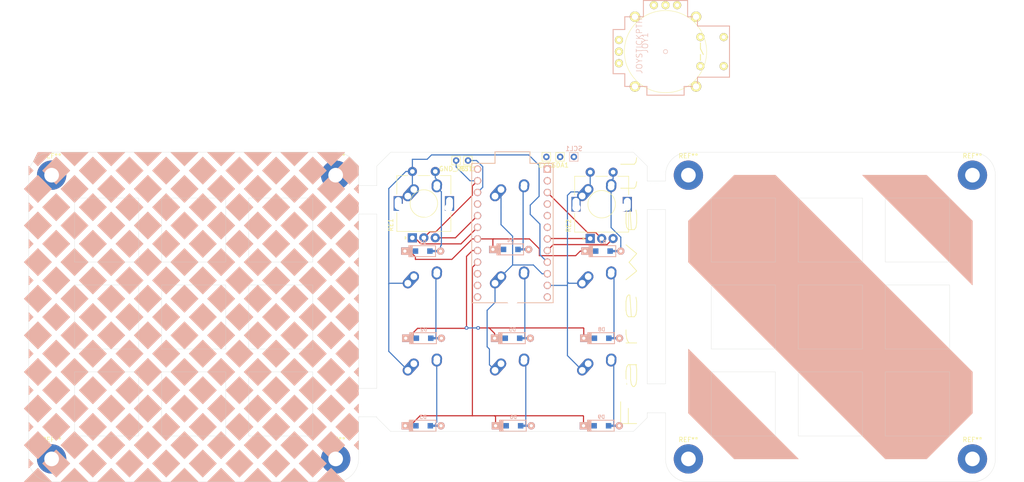
<source format=kicad_pcb>
(kicad_pcb (version 20171130) (host pcbnew "(5.1.0)-1")

  (general
    (thickness 1.6)
    (drawings 305)
    (tracks 156)
    (zones 0)
    (modules 43)
    (nets 34)
  )

  (page A4)
  (layers
    (0 F.Cu signal)
    (31 B.Cu signal)
    (32 B.Adhes user)
    (33 F.Adhes user)
    (34 B.Paste user)
    (35 F.Paste user)
    (36 B.SilkS user hide)
    (37 F.SilkS user)
    (38 B.Mask user)
    (39 F.Mask user)
    (40 Dwgs.User user)
    (41 Cmts.User user)
    (42 Eco1.User user)
    (43 Eco2.User user)
    (44 Edge.Cuts user)
    (45 Margin user)
    (46 B.CrtYd user)
    (47 F.CrtYd user)
    (48 B.Fab user)
    (49 F.Fab user)
  )

  (setup
    (last_trace_width 0.25)
    (trace_clearance 0.2)
    (zone_clearance 0.508)
    (zone_45_only no)
    (trace_min 0.2)
    (via_size 0.8)
    (via_drill 0.4)
    (via_min_size 0.4)
    (via_min_drill 0.3)
    (uvia_size 0.3)
    (uvia_drill 0.1)
    (uvias_allowed no)
    (uvia_min_size 0.2)
    (uvia_min_drill 0.1)
    (edge_width 0.05)
    (segment_width 0.2)
    (pcb_text_width 0.3)
    (pcb_text_size 1.5 1.5)
    (mod_edge_width 0.12)
    (mod_text_size 1 1)
    (mod_text_width 0.15)
    (pad_size 1.524 1.524)
    (pad_drill 0.762)
    (pad_to_mask_clearance 0.051)
    (solder_mask_min_width 0.25)
    (aux_axis_origin 0 0)
    (visible_elements 7FFFFFFF)
    (pcbplotparams
      (layerselection 0x010fc_ffffffff)
      (usegerberextensions false)
      (usegerberattributes false)
      (usegerberadvancedattributes false)
      (creategerberjobfile false)
      (excludeedgelayer true)
      (linewidth 0.100000)
      (plotframeref false)
      (viasonmask false)
      (mode 1)
      (useauxorigin false)
      (hpglpennumber 1)
      (hpglpenspeed 20)
      (hpglpendiameter 15.000000)
      (psnegative false)
      (psa4output false)
      (plotreference true)
      (plotvalue true)
      (plotinvisibletext false)
      (padsonsilk false)
      (subtractmaskfromsilk false)
      (outputformat 1)
      (mirror false)
      (drillshape 1)
      (scaleselection 1)
      (outputdirectory ""))
  )

  (net 0 "")
  (net 1 ROW2)
  (net 2 "Net-(D2-Pad2)")
  (net 3 ROW1)
  (net 4 "Net-(D3-Pad2)")
  (net 5 ROW0)
  (net 6 "Net-(D5-Pad2)")
  (net 7 "Net-(D6-Pad2)")
  (net 8 "Net-(D8-Pad2)")
  (net 9 "Net-(D9-Pad2)")
  (net 10 COL0)
  (net 11 COL1)
  (net 12 COL2)
  (net 13 E1A)
  (net 14 E1B)
  (net 15 E2B)
  (net 16 E2A)
  (net 17 "Net-(U1-Pad1)")
  (net 18 "Net-(U1-Pad2)")
  (net 19 "Net-(U1-Pad4)")
  (net 20 "Net-(U1-Pad24)")
  (net 21 RE1S1)
  (net 22 RE2S1)
  (net 23 E_G1)
  (net 24 E_G2)
  (net 25 "Net-(RST1-Pad1)")
  (net 26 JOY_SW_1)
  (net 27 "Net-(EXT1-Pad1)")
  (net 28 ADC1)
  (net 29 VCC)
  (net 30 ADC2)
  (net 31 "Net-(SCL1-Pad1)")
  (net 32 "Net-(SDA1-Pad1)")
  (net 33 "Net-(U1-Pad16)")

  (net_class Default "This is the default net class."
    (clearance 0.2)
    (trace_width 0.25)
    (via_dia 0.8)
    (via_drill 0.4)
    (uvia_dia 0.3)
    (uvia_drill 0.1)
    (add_net ADC1)
    (add_net ADC2)
    (add_net COL0)
    (add_net COL1)
    (add_net COL2)
    (add_net E1A)
    (add_net E1B)
    (add_net E2A)
    (add_net E2B)
    (add_net E_G1)
    (add_net E_G2)
    (add_net JOY_SW_1)
    (add_net "Net-(D2-Pad2)")
    (add_net "Net-(D3-Pad2)")
    (add_net "Net-(D5-Pad2)")
    (add_net "Net-(D6-Pad2)")
    (add_net "Net-(D8-Pad2)")
    (add_net "Net-(D9-Pad2)")
    (add_net "Net-(EXT1-Pad1)")
    (add_net "Net-(RST1-Pad1)")
    (add_net "Net-(SCL1-Pad1)")
    (add_net "Net-(SDA1-Pad1)")
    (add_net "Net-(U1-Pad1)")
    (add_net "Net-(U1-Pad16)")
    (add_net "Net-(U1-Pad2)")
    (add_net "Net-(U1-Pad24)")
    (add_net "Net-(U1-Pad4)")
    (add_net RE1S1)
    (add_net RE2S1)
    (add_net ROW0)
    (add_net ROW1)
    (add_net ROW2)
    (add_net VCC)
  )

  (module pin:Pin_D0.7mm_L6.5mm_W1.8mm_FlatFork (layer F.Cu) (tedit 5A1DC084) (tstamp 5CA9DC82)
    (at 130 42)
    (descr "solder Pin_ with flat fork, hole diameter 0.7mm, length 6.5mm, width 1.8mm")
    (tags "solder Pin_ with flat fork")
    (path /5CAA2E38)
    (fp_text reference SDA1 (at 0 1.8) (layer F.SilkS)
      (effects (font (size 1 1) (thickness 0.15)))
    )
    (fp_text value Conn_01x01 (at 0 -1.8) (layer F.Fab)
      (effects (font (size 1 1) (thickness 0.15)))
    )
    (fp_line (start 1.35 1.2) (end -1.4 1.2) (layer F.CrtYd) (width 0.05))
    (fp_line (start 1.35 1.2) (end 1.35 -1.2) (layer F.CrtYd) (width 0.05))
    (fp_line (start -1.4 -1.2) (end -1.4 1.2) (layer F.CrtYd) (width 0.05))
    (fp_line (start -1.4 -1.2) (end 1.35 -1.2) (layer F.CrtYd) (width 0.05))
    (fp_line (start -0.9 0.25) (end -0.9 -0.25) (layer F.Fab) (width 0.12))
    (fp_line (start 0.85 0.25) (end -0.9 0.25) (layer F.Fab) (width 0.12))
    (fp_line (start 0.85 -0.25) (end 0.85 0.25) (layer F.Fab) (width 0.12))
    (fp_line (start -0.9 -0.25) (end 0.85 -0.25) (layer F.Fab) (width 0.12))
    (fp_line (start 0.9 -0.95) (end -0.95 -0.95) (layer F.SilkS) (width 0.12))
    (fp_line (start 0.9 -0.9) (end 0.9 -0.95) (layer F.SilkS) (width 0.12))
    (fp_line (start 0.9 0.95) (end 0.9 -0.9) (layer F.SilkS) (width 0.12))
    (fp_line (start -0.95 0.95) (end 0.9 0.95) (layer F.SilkS) (width 0.12))
    (fp_line (start -0.95 -0.95) (end -0.95 0.95) (layer F.SilkS) (width 0.12))
    (fp_text user %R (at 0 1.8) (layer F.Fab)
      (effects (font (size 1 1) (thickness 0.15)))
    )
    (pad 1 thru_hole circle (at 0 0) (size 1.4 1.4) (drill 0.7) (layers *.Cu *.Mask)
      (net 32 "Net-(SDA1-Pad1)"))
    (model ${KISYS3DMOD}/Connector_Pin.3dshapes/Pin_D0.7mm_L6.5mm_W1.8mm_FlatFork.wrl
      (at (xyz 0 0 0))
      (scale (xyz 1 1 1))
      (rotate (xyz 0 0 0))
    )
  )

  (module pin:Pin_D0.7mm_L6.5mm_W1.8mm_FlatFork (layer B.Cu) (tedit 5A1DC084) (tstamp 5CA9DC6F)
    (at 133 42)
    (descr "solder Pin_ with flat fork, hole diameter 0.7mm, length 6.5mm, width 1.8mm")
    (tags "solder Pin_ with flat fork")
    (path /5CA9FDA0)
    (fp_text reference SCL1 (at 0 -1.8) (layer B.SilkS)
      (effects (font (size 1 1) (thickness 0.15)) (justify mirror))
    )
    (fp_text value Conn_01x01 (at 0 1.8) (layer B.Fab)
      (effects (font (size 1 1) (thickness 0.15)) (justify mirror))
    )
    (fp_line (start 1.35 -1.2) (end -1.4 -1.2) (layer B.CrtYd) (width 0.05))
    (fp_line (start 1.35 -1.2) (end 1.35 1.2) (layer B.CrtYd) (width 0.05))
    (fp_line (start -1.4 1.2) (end -1.4 -1.2) (layer B.CrtYd) (width 0.05))
    (fp_line (start -1.4 1.2) (end 1.35 1.2) (layer B.CrtYd) (width 0.05))
    (fp_line (start -0.9 -0.25) (end -0.9 0.25) (layer B.Fab) (width 0.12))
    (fp_line (start 0.85 -0.25) (end -0.9 -0.25) (layer B.Fab) (width 0.12))
    (fp_line (start 0.85 0.25) (end 0.85 -0.25) (layer B.Fab) (width 0.12))
    (fp_line (start -0.9 0.25) (end 0.85 0.25) (layer B.Fab) (width 0.12))
    (fp_line (start 0.9 0.95) (end -0.95 0.95) (layer B.SilkS) (width 0.12))
    (fp_line (start 0.9 0.9) (end 0.9 0.95) (layer B.SilkS) (width 0.12))
    (fp_line (start 0.9 -0.95) (end 0.9 0.9) (layer B.SilkS) (width 0.12))
    (fp_line (start -0.95 -0.95) (end 0.9 -0.95) (layer B.SilkS) (width 0.12))
    (fp_line (start -0.95 0.95) (end -0.95 -0.95) (layer B.SilkS) (width 0.12))
    (fp_text user %R (at 0 -1.8) (layer B.Fab)
      (effects (font (size 1 1) (thickness 0.15)) (justify mirror))
    )
    (pad 1 thru_hole circle (at 0 0) (size 1.4 1.4) (drill 0.7) (layers *.Cu *.Mask)
      (net 31 "Net-(SCL1-Pad1)"))
    (model ${KISYS3DMOD}/Connector_Pin.3dshapes/Pin_D0.7mm_L6.5mm_W1.8mm_FlatFork.wrl
      (at (xyz 0 0 0))
      (scale (xyz 1 1 1))
      (rotate (xyz 0 0 0))
    )
  )

  (module sparkfun-electromech:JOYSTICK (layer F.Cu) (tedit 200000) (tstamp 5CA9DA18)
    (at 153 19 270)
    (path /5CA9DB90)
    (attr virtual)
    (fp_text reference JOY1 (at -1.905 4.445 270) (layer B.SilkS)
      (effects (font (size 1.27 1.27) (thickness 0.1016)))
    )
    (fp_text value JOYSTICKPTH (at -1.27 5.715 270) (layer B.SilkS)
      (effects (font (size 1.27 1.27) (thickness 0.1016)))
    )
    (fp_circle (center 0 0) (end -6.35 6.35) (layer F.SilkS) (width 0.1016))
    (fp_circle (center 0 0) (end -0.3175 0.3175) (layer B.SilkS) (width 0.1016))
    (fp_line (start 0.635 -7.62) (end 1.905 -7.62) (layer F.SilkS) (width 0.2032))
    (fp_line (start -0.635 -7.62) (end 0.635 -8.255) (layer F.SilkS) (width 0.2032))
    (fp_line (start -1.905 -7.62) (end -0.635 -7.62) (layer F.SilkS) (width 0.2032))
    (fp_line (start -7.62 4.826) (end -7.62 8.89) (layer B.SilkS) (width 0.2032))
    (fp_line (start -7.62 -4.826) (end -7.62 -6.985) (layer B.SilkS) (width 0.2032))
    (fp_line (start -11.176 -4.826) (end -11.176 4.826) (layer B.SilkS) (width 0.2032))
    (fp_line (start -7.62 4.826) (end -11.176 4.826) (layer B.SilkS) (width 0.2032))
    (fp_line (start -7.62 -4.826) (end -11.176 -4.826) (layer B.SilkS) (width 0.2032))
    (fp_line (start -5.588 -13.97) (end -5.588 -6.985) (layer B.SilkS) (width 0.2032))
    (fp_line (start 5.588 -13.97) (end 5.588 -6.985) (layer B.SilkS) (width 0.2032))
    (fp_line (start -5.588 -6.985) (end -7.62 -6.985) (layer B.SilkS) (width 0.2032))
    (fp_line (start 7.62 -6.985) (end 5.588 -6.985) (layer B.SilkS) (width 0.2032))
    (fp_line (start 7.62 4.064) (end 9.525 4.064) (layer B.SilkS) (width 0.2032))
    (fp_line (start 7.62 -4.064) (end 9.525 -4.064) (layer B.SilkS) (width 0.2032))
    (fp_line (start 7.62 4.064) (end 7.62 8.89) (layer B.SilkS) (width 0.2032))
    (fp_line (start 7.62 -4.064) (end 7.62 -6.985) (layer B.SilkS) (width 0.2032))
    (fp_line (start 9.525 -4.064) (end 9.525 4.064) (layer B.SilkS) (width 0.2032))
    (fp_line (start -4.826 8.89) (end -7.62 8.89) (layer B.SilkS) (width 0.2032))
    (fp_line (start 4.826 8.89) (end 7.62 8.89) (layer B.SilkS) (width 0.2032))
    (fp_line (start -4.826 11.43) (end -4.826 8.89) (layer B.SilkS) (width 0.2032))
    (fp_line (start 4.826 11.43) (end 4.826 8.89) (layer B.SilkS) (width 0.2032))
    (fp_line (start 4.826 11.43) (end -4.826 11.43) (layer B.SilkS) (width 0.2032))
    (fp_line (start 5.588 -13.97) (end -5.588 -13.97) (layer B.SilkS) (width 0.2032))
    (pad V3 thru_hole circle (at -10.16 2.54 270) (size 1.778 1.778) (drill 0.889) (layers F&B.Cu F.Paste F.SilkS F.Mask)
      (net 23 E_G1))
    (pad V2 thru_hole circle (at -10.16 0 270) (size 1.778 1.778) (drill 0.889) (layers F&B.Cu F.Paste F.SilkS F.Mask)
      (net 28 ADC1))
    (pad V1 thru_hole circle (at -10.16 -2.54 270) (size 1.778 1.778) (drill 0.889) (layers F&B.Cu F.Paste F.SilkS F.Mask)
      (net 29 VCC))
    (pad MOUN thru_hole circle (at 7.62 -6.6675 270) (size 2.286 2.286) (drill 1.397) (layers F&B.Cu F.Paste F.SilkS F.Mask))
    (pad MOUN thru_hole circle (at 7.62 6.6675 270) (size 2.286 2.286) (drill 1.397) (layers F&B.Cu F.Paste F.SilkS F.Mask))
    (pad MOUN thru_hole circle (at -7.62 6.6675 270) (size 2.286 2.286) (drill 1.397) (layers F&B.Cu F.Paste F.SilkS F.Mask))
    (pad MOUN thru_hole circle (at -7.62 -6.6675 270) (size 2.286 2.286) (drill 1.397) (layers F&B.Cu F.Paste F.SilkS F.Mask))
    (pad H3 thru_hole circle (at 2.54 10.16 270) (size 1.778 1.778) (drill 0.889) (layers F&B.Cu F.Paste F.SilkS F.Mask)
      (net 23 E_G1))
    (pad H2 thru_hole circle (at 0 10.16 270) (size 1.778 1.778) (drill 0.889) (layers F&B.Cu F.Paste F.SilkS F.Mask)
      (net 30 ADC2))
    (pad H1 thru_hole circle (at -2.54 10.16 270) (size 1.778 1.778) (drill 0.889) (layers F&B.Cu F.Paste F.SilkS F.Mask)
      (net 29 VCC))
    (pad B2B thru_hole circle (at 3.175 -7.62 270) (size 1.778 1.778) (drill 0.89916) (layers F&B.Cu F.Paste F.SilkS F.Mask))
    (pad B2A thru_hole circle (at -3.175 -7.62 270) (size 1.778 1.778) (drill 0.89916) (layers F&B.Cu F.Paste F.SilkS F.Mask)
      (net 11 COL1))
    (pad B1B thru_hole circle (at 3.175 -12.7 270) (size 1.778 1.778) (drill 0.89916) (layers F&B.Cu F.Paste F.SilkS F.Mask))
    (pad B1A thru_hole circle (at -3.175 -12.7 270) (size 1.778 1.778) (drill 0.89916) (layers F&B.Cu F.Paste F.SilkS F.Mask)
      (net 26 JOY_SW_1))
  )

  (module pin:Pin_D0.7mm_L6.5mm_W1.8mm_FlatFork (layer F.Cu) (tedit 5A1DC084) (tstamp 5CA9D9C9)
    (at 127 42)
    (descr "solder Pin_ with flat fork, hole diameter 0.7mm, length 6.5mm, width 1.8mm")
    (tags "solder Pin_ with flat fork")
    (path /5CAA7D24)
    (fp_text reference EXT1 (at 0 1.8) (layer F.SilkS)
      (effects (font (size 1 1) (thickness 0.15)))
    )
    (fp_text value Conn_01x01 (at 0 -1.8) (layer F.Fab)
      (effects (font (size 1 1) (thickness 0.15)))
    )
    (fp_line (start 1.35 1.2) (end -1.4 1.2) (layer F.CrtYd) (width 0.05))
    (fp_line (start 1.35 1.2) (end 1.35 -1.2) (layer F.CrtYd) (width 0.05))
    (fp_line (start -1.4 -1.2) (end -1.4 1.2) (layer F.CrtYd) (width 0.05))
    (fp_line (start -1.4 -1.2) (end 1.35 -1.2) (layer F.CrtYd) (width 0.05))
    (fp_line (start -0.9 0.25) (end -0.9 -0.25) (layer F.Fab) (width 0.12))
    (fp_line (start 0.85 0.25) (end -0.9 0.25) (layer F.Fab) (width 0.12))
    (fp_line (start 0.85 -0.25) (end 0.85 0.25) (layer F.Fab) (width 0.12))
    (fp_line (start -0.9 -0.25) (end 0.85 -0.25) (layer F.Fab) (width 0.12))
    (fp_line (start 0.9 -0.95) (end -0.95 -0.95) (layer F.SilkS) (width 0.12))
    (fp_line (start 0.9 -0.9) (end 0.9 -0.95) (layer F.SilkS) (width 0.12))
    (fp_line (start 0.9 0.95) (end 0.9 -0.9) (layer F.SilkS) (width 0.12))
    (fp_line (start -0.95 0.95) (end 0.9 0.95) (layer F.SilkS) (width 0.12))
    (fp_line (start -0.95 -0.95) (end -0.95 0.95) (layer F.SilkS) (width 0.12))
    (fp_text user %R (at 0 1.8) (layer F.Fab)
      (effects (font (size 1 1) (thickness 0.15)))
    )
    (pad 1 thru_hole circle (at 0 0) (size 1.4 1.4) (drill 0.7) (layers *.Cu *.Mask)
      (net 27 "Net-(EXT1-Pad1)"))
    (model ${KISYS3DMOD}/Connector_Pin.3dshapes/Pin_D0.7mm_L6.5mm_W1.8mm_FlatFork.wrl
      (at (xyz 0 0 0))
      (scale (xyz 1 1 1))
      (rotate (xyz 0 0 0))
    )
  )

  (module pin:Pin_D0.7mm_L6.5mm_W1.8mm_FlatFork (layer F.Cu) (tedit 5A1DC084) (tstamp 5CA54170)
    (at 109.9 42.8)
    (descr "solder Pin_ with flat fork, hole diameter 0.7mm, length 6.5mm, width 1.8mm")
    (tags "solder Pin_ with flat fork")
    (path /5CA633F3)
    (fp_text reference RST1 (at 0 1.8) (layer F.SilkS)
      (effects (font (size 1 1) (thickness 0.15)))
    )
    (fp_text value Conn_01x01 (at 0 -1.8) (layer F.Fab)
      (effects (font (size 1 1) (thickness 0.15)))
    )
    (fp_line (start 1.35 1.2) (end -1.4 1.2) (layer F.CrtYd) (width 0.05))
    (fp_line (start 1.35 1.2) (end 1.35 -1.2) (layer F.CrtYd) (width 0.05))
    (fp_line (start -1.4 -1.2) (end -1.4 1.2) (layer F.CrtYd) (width 0.05))
    (fp_line (start -1.4 -1.2) (end 1.35 -1.2) (layer F.CrtYd) (width 0.05))
    (fp_line (start -0.9 0.25) (end -0.9 -0.25) (layer F.Fab) (width 0.12))
    (fp_line (start 0.85 0.25) (end -0.9 0.25) (layer F.Fab) (width 0.12))
    (fp_line (start 0.85 -0.25) (end 0.85 0.25) (layer F.Fab) (width 0.12))
    (fp_line (start -0.9 -0.25) (end 0.85 -0.25) (layer F.Fab) (width 0.12))
    (fp_line (start 0.9 -0.95) (end -0.95 -0.95) (layer F.SilkS) (width 0.12))
    (fp_line (start 0.9 -0.9) (end 0.9 -0.95) (layer F.SilkS) (width 0.12))
    (fp_line (start 0.9 0.95) (end 0.9 -0.9) (layer F.SilkS) (width 0.12))
    (fp_line (start -0.95 0.95) (end 0.9 0.95) (layer F.SilkS) (width 0.12))
    (fp_line (start -0.95 -0.95) (end -0.95 0.95) (layer F.SilkS) (width 0.12))
    (fp_text user %R (at 0 1.8) (layer F.Fab)
      (effects (font (size 1 1) (thickness 0.15)))
    )
    (pad 1 thru_hole circle (at 0 0) (size 1.4 1.4) (drill 0.7) (layers *.Cu *.Mask)
      (net 25 "Net-(RST1-Pad1)"))
    (model ${KISYS3DMOD}/Connector_Pin.3dshapes/Pin_D0.7mm_L6.5mm_W1.8mm_FlatFork.wrl
      (at (xyz 0 0 0))
      (scale (xyz 1 1 1))
      (rotate (xyz 0 0 0))
    )
  )

  (module pin:Pin_D0.7mm_L6.5mm_W1.8mm_FlatFork (layer F.Cu) (tedit 5A1DC084) (tstamp 5CA53F3D)
    (at 107.3 42.8)
    (descr "solder Pin_ with flat fork, hole diameter 0.7mm, length 6.5mm, width 1.8mm")
    (tags "solder Pin_ with flat fork")
    (path /5CA6404D)
    (fp_text reference GND_RST1 (at 0 1.8) (layer F.SilkS)
      (effects (font (size 1 1) (thickness 0.15)))
    )
    (fp_text value Conn_01x01 (at 0 -1.8) (layer F.Fab)
      (effects (font (size 1 1) (thickness 0.15)))
    )
    (fp_line (start 1.35 1.2) (end -1.4 1.2) (layer F.CrtYd) (width 0.05))
    (fp_line (start 1.35 1.2) (end 1.35 -1.2) (layer F.CrtYd) (width 0.05))
    (fp_line (start -1.4 -1.2) (end -1.4 1.2) (layer F.CrtYd) (width 0.05))
    (fp_line (start -1.4 -1.2) (end 1.35 -1.2) (layer F.CrtYd) (width 0.05))
    (fp_line (start -0.9 0.25) (end -0.9 -0.25) (layer F.Fab) (width 0.12))
    (fp_line (start 0.85 0.25) (end -0.9 0.25) (layer F.Fab) (width 0.12))
    (fp_line (start 0.85 -0.25) (end 0.85 0.25) (layer F.Fab) (width 0.12))
    (fp_line (start -0.9 -0.25) (end 0.85 -0.25) (layer F.Fab) (width 0.12))
    (fp_line (start 0.9 -0.95) (end -0.95 -0.95) (layer F.SilkS) (width 0.12))
    (fp_line (start 0.9 -0.9) (end 0.9 -0.95) (layer F.SilkS) (width 0.12))
    (fp_line (start 0.9 0.95) (end 0.9 -0.9) (layer F.SilkS) (width 0.12))
    (fp_line (start -0.95 0.95) (end 0.9 0.95) (layer F.SilkS) (width 0.12))
    (fp_line (start -0.95 -0.95) (end -0.95 0.95) (layer F.SilkS) (width 0.12))
    (fp_text user %R (at 0 1.8) (layer F.Fab)
      (effects (font (size 1 1) (thickness 0.15)))
    )
    (pad 1 thru_hole circle (at 0 0) (size 1.4 1.4) (drill 0.7) (layers *.Cu *.Mask)
      (net 23 E_G1))
    (model ${KISYS3DMOD}/Connector_Pin.3dshapes/Pin_D0.7mm_L6.5mm_W1.8mm_FlatFork.wrl
      (at (xyz 0 0 0))
      (scale (xyz 1 1 1))
      (rotate (xyz 0 0 0))
    )
  )

  (module random-kb-part:breakaway-mousebites (layer F.Cu) (tedit 5BEE6749) (tstamp 5CA4F47E)
    (at 149.156 50.4 270)
    (fp_text reference REF** (at 0 -1.524 270) (layer Dwgs.User)
      (effects (font (size 1 1) (thickness 0.15)))
    )
    (fp_text value breakaway-mousebites (at 0 0.762 270) (layer Dwgs.User)
      (effects (font (size 1 1) (thickness 0.15)))
    )
    (fp_line (start 2.286 0) (end 2.794 0) (layer B.CrtYd) (width 0.15))
    (fp_line (start 1.016 0) (end 1.524 0) (layer B.CrtYd) (width 0.15))
    (fp_line (start -2.286 0) (end -2.794 0) (layer B.CrtYd) (width 0.15))
    (fp_line (start -1.016 0) (end -1.524 0) (layer B.CrtYd) (width 0.15))
    (fp_line (start 0.254 0) (end -0.254 0) (layer B.CrtYd) (width 0.15))
    (fp_line (start -2.794 0) (end 2.794 0) (layer Dwgs.User) (width 0.15))
    (pad "" np_thru_hole circle (at -2.54 -0.254 270) (size 0.7874 0.7874) (drill 0.7874) (layers *.Cu *.Mask))
    (pad "" np_thru_hole circle (at -1.27 -0.254 270) (size 0.7874 0.7874) (drill 0.7874) (layers *.Cu *.Mask))
    (pad "" np_thru_hole circle (at 2.54 -0.254 270) (size 0.7874 0.7874) (drill 0.7874) (layers *.Cu *.Mask))
    (pad "" np_thru_hole circle (at 1.27 -0.254 270) (size 0.7874 0.7874) (drill 0.7874) (layers *.Cu *.Mask))
    (pad "" np_thru_hole circle (at 0 -0.254 270) (size 0.7874 0.7874) (drill 0.7874) (layers *.Cu *.Mask))
  )

  (module random-kb-part:breakaway-mousebites (layer F.Cu) (tedit 5BEE6749) (tstamp 5CA4F470)
    (at 152.326 50.39 270)
    (fp_text reference REF** (at 0 -1.524 270) (layer Dwgs.User)
      (effects (font (size 1 1) (thickness 0.15)))
    )
    (fp_text value breakaway-mousebites (at 0 0.762 270) (layer Dwgs.User)
      (effects (font (size 1 1) (thickness 0.15)))
    )
    (fp_line (start -2.794 0) (end 2.794 0) (layer Dwgs.User) (width 0.15))
    (fp_line (start 0.254 0) (end -0.254 0) (layer B.CrtYd) (width 0.15))
    (fp_line (start -1.016 0) (end -1.524 0) (layer B.CrtYd) (width 0.15))
    (fp_line (start -2.286 0) (end -2.794 0) (layer B.CrtYd) (width 0.15))
    (fp_line (start 1.016 0) (end 1.524 0) (layer B.CrtYd) (width 0.15))
    (fp_line (start 2.286 0) (end 2.794 0) (layer B.CrtYd) (width 0.15))
    (pad "" np_thru_hole circle (at 0 -0.254 270) (size 0.7874 0.7874) (drill 0.7874) (layers *.Cu *.Mask))
    (pad "" np_thru_hole circle (at 1.27 -0.254 270) (size 0.7874 0.7874) (drill 0.7874) (layers *.Cu *.Mask))
    (pad "" np_thru_hole circle (at 2.54 -0.254 270) (size 0.7874 0.7874) (drill 0.7874) (layers *.Cu *.Mask))
    (pad "" np_thru_hole circle (at -1.27 -0.254 270) (size 0.7874 0.7874) (drill 0.7874) (layers *.Cu *.Mask))
    (pad "" np_thru_hole circle (at -2.54 -0.254 270) (size 0.7874 0.7874) (drill 0.7874) (layers *.Cu *.Mask))
  )

  (module random-kb-part:breakaway-mousebites (layer F.Cu) (tedit 5BEE6749) (tstamp 5CA4F462)
    (at 149.166 94.74 270)
    (fp_text reference REF** (at 0 -1.524 270) (layer Dwgs.User)
      (effects (font (size 1 1) (thickness 0.15)))
    )
    (fp_text value breakaway-mousebites (at 0 0.762 270) (layer Dwgs.User)
      (effects (font (size 1 1) (thickness 0.15)))
    )
    (fp_line (start -2.794 0) (end 2.794 0) (layer Dwgs.User) (width 0.15))
    (fp_line (start 0.254 0) (end -0.254 0) (layer B.CrtYd) (width 0.15))
    (fp_line (start -1.016 0) (end -1.524 0) (layer B.CrtYd) (width 0.15))
    (fp_line (start -2.286 0) (end -2.794 0) (layer B.CrtYd) (width 0.15))
    (fp_line (start 1.016 0) (end 1.524 0) (layer B.CrtYd) (width 0.15))
    (fp_line (start 2.286 0) (end 2.794 0) (layer B.CrtYd) (width 0.15))
    (pad "" np_thru_hole circle (at 0 -0.254 270) (size 0.7874 0.7874) (drill 0.7874) (layers *.Cu *.Mask))
    (pad "" np_thru_hole circle (at 1.27 -0.254 270) (size 0.7874 0.7874) (drill 0.7874) (layers *.Cu *.Mask))
    (pad "" np_thru_hole circle (at 2.54 -0.254 270) (size 0.7874 0.7874) (drill 0.7874) (layers *.Cu *.Mask))
    (pad "" np_thru_hole circle (at -1.27 -0.254 270) (size 0.7874 0.7874) (drill 0.7874) (layers *.Cu *.Mask))
    (pad "" np_thru_hole circle (at -2.54 -0.254 270) (size 0.7874 0.7874) (drill 0.7874) (layers *.Cu *.Mask))
  )

  (module random-kb-part:breakaway-mousebites (layer F.Cu) (tedit 5BEE6749) (tstamp 5CA4F454)
    (at 152.336 94.73 270)
    (fp_text reference REF** (at 0 -1.524 270) (layer Dwgs.User)
      (effects (font (size 1 1) (thickness 0.15)))
    )
    (fp_text value breakaway-mousebites (at 0 0.762 270) (layer Dwgs.User)
      (effects (font (size 1 1) (thickness 0.15)))
    )
    (fp_line (start 2.286 0) (end 2.794 0) (layer B.CrtYd) (width 0.15))
    (fp_line (start 1.016 0) (end 1.524 0) (layer B.CrtYd) (width 0.15))
    (fp_line (start -2.286 0) (end -2.794 0) (layer B.CrtYd) (width 0.15))
    (fp_line (start -1.016 0) (end -1.524 0) (layer B.CrtYd) (width 0.15))
    (fp_line (start 0.254 0) (end -0.254 0) (layer B.CrtYd) (width 0.15))
    (fp_line (start -2.794 0) (end 2.794 0) (layer Dwgs.User) (width 0.15))
    (pad "" np_thru_hole circle (at -2.54 -0.254 270) (size 0.7874 0.7874) (drill 0.7874) (layers *.Cu *.Mask))
    (pad "" np_thru_hole circle (at -1.27 -0.254 270) (size 0.7874 0.7874) (drill 0.7874) (layers *.Cu *.Mask))
    (pad "" np_thru_hole circle (at 2.54 -0.254 270) (size 0.7874 0.7874) (drill 0.7874) (layers *.Cu *.Mask))
    (pad "" np_thru_hole circle (at 1.27 -0.254 270) (size 0.7874 0.7874) (drill 0.7874) (layers *.Cu *.Mask))
    (pad "" np_thru_hole circle (at 0 -0.254 270) (size 0.7874 0.7874) (drill 0.7874) (layers *.Cu *.Mask))
  )

  (module random-kb-part:breakaway-mousebites (layer F.Cu) (tedit 5BEE6749) (tstamp 5CA4F3EF)
    (at 86.156 51.38 270)
    (fp_text reference REF** (at 0 -1.524 270) (layer Dwgs.User)
      (effects (font (size 1 1) (thickness 0.15)))
    )
    (fp_text value breakaway-mousebites (at 0 0.762 270) (layer Dwgs.User)
      (effects (font (size 1 1) (thickness 0.15)))
    )
    (fp_line (start -2.794 0) (end 2.794 0) (layer Dwgs.User) (width 0.15))
    (fp_line (start 0.254 0) (end -0.254 0) (layer B.CrtYd) (width 0.15))
    (fp_line (start -1.016 0) (end -1.524 0) (layer B.CrtYd) (width 0.15))
    (fp_line (start -2.286 0) (end -2.794 0) (layer B.CrtYd) (width 0.15))
    (fp_line (start 1.016 0) (end 1.524 0) (layer B.CrtYd) (width 0.15))
    (fp_line (start 2.286 0) (end 2.794 0) (layer B.CrtYd) (width 0.15))
    (pad "" np_thru_hole circle (at 0 -0.254 270) (size 0.7874 0.7874) (drill 0.7874) (layers *.Cu *.Mask))
    (pad "" np_thru_hole circle (at 1.27 -0.254 270) (size 0.7874 0.7874) (drill 0.7874) (layers *.Cu *.Mask))
    (pad "" np_thru_hole circle (at 2.54 -0.254 270) (size 0.7874 0.7874) (drill 0.7874) (layers *.Cu *.Mask))
    (pad "" np_thru_hole circle (at -1.27 -0.254 270) (size 0.7874 0.7874) (drill 0.7874) (layers *.Cu *.Mask))
    (pad "" np_thru_hole circle (at -2.54 -0.254 270) (size 0.7874 0.7874) (drill 0.7874) (layers *.Cu *.Mask))
  )

  (module random-kb-part:breakaway-mousebites (layer F.Cu) (tedit 5BEE6749) (tstamp 5CA4F3E1)
    (at 89.326 51.37 270)
    (fp_text reference REF** (at 0 -1.524 270) (layer Dwgs.User)
      (effects (font (size 1 1) (thickness 0.15)))
    )
    (fp_text value breakaway-mousebites (at 0 0.762 270) (layer Dwgs.User)
      (effects (font (size 1 1) (thickness 0.15)))
    )
    (fp_line (start 2.286 0) (end 2.794 0) (layer B.CrtYd) (width 0.15))
    (fp_line (start 1.016 0) (end 1.524 0) (layer B.CrtYd) (width 0.15))
    (fp_line (start -2.286 0) (end -2.794 0) (layer B.CrtYd) (width 0.15))
    (fp_line (start -1.016 0) (end -1.524 0) (layer B.CrtYd) (width 0.15))
    (fp_line (start 0.254 0) (end -0.254 0) (layer B.CrtYd) (width 0.15))
    (fp_line (start -2.794 0) (end 2.794 0) (layer Dwgs.User) (width 0.15))
    (pad "" np_thru_hole circle (at -2.54 -0.254 270) (size 0.7874 0.7874) (drill 0.7874) (layers *.Cu *.Mask))
    (pad "" np_thru_hole circle (at -1.27 -0.254 270) (size 0.7874 0.7874) (drill 0.7874) (layers *.Cu *.Mask))
    (pad "" np_thru_hole circle (at 2.54 -0.254 270) (size 0.7874 0.7874) (drill 0.7874) (layers *.Cu *.Mask))
    (pad "" np_thru_hole circle (at 1.27 -0.254 270) (size 0.7874 0.7874) (drill 0.7874) (layers *.Cu *.Mask))
    (pad "" np_thru_hole circle (at 0 -0.254 270) (size 0.7874 0.7874) (drill 0.7874) (layers *.Cu *.Mask))
  )

  (module random-kb-part:breakaway-mousebites (layer F.Cu) (tedit 5BEE6749) (tstamp 5CA4F32C)
    (at 86.166 95.72 270)
    (fp_text reference REF** (at 0 -1.524 270) (layer Dwgs.User)
      (effects (font (size 1 1) (thickness 0.15)))
    )
    (fp_text value breakaway-mousebites (at 0 0.762 270) (layer Dwgs.User)
      (effects (font (size 1 1) (thickness 0.15)))
    )
    (fp_line (start 2.286 0) (end 2.794 0) (layer B.CrtYd) (width 0.15))
    (fp_line (start 1.016 0) (end 1.524 0) (layer B.CrtYd) (width 0.15))
    (fp_line (start -2.286 0) (end -2.794 0) (layer B.CrtYd) (width 0.15))
    (fp_line (start -1.016 0) (end -1.524 0) (layer B.CrtYd) (width 0.15))
    (fp_line (start 0.254 0) (end -0.254 0) (layer B.CrtYd) (width 0.15))
    (fp_line (start -2.794 0) (end 2.794 0) (layer Dwgs.User) (width 0.15))
    (pad "" np_thru_hole circle (at -2.54 -0.254 270) (size 0.7874 0.7874) (drill 0.7874) (layers *.Cu *.Mask))
    (pad "" np_thru_hole circle (at -1.27 -0.254 270) (size 0.7874 0.7874) (drill 0.7874) (layers *.Cu *.Mask))
    (pad "" np_thru_hole circle (at 2.54 -0.254 270) (size 0.7874 0.7874) (drill 0.7874) (layers *.Cu *.Mask))
    (pad "" np_thru_hole circle (at 1.27 -0.254 270) (size 0.7874 0.7874) (drill 0.7874) (layers *.Cu *.Mask))
    (pad "" np_thru_hole circle (at 0 -0.254 270) (size 0.7874 0.7874) (drill 0.7874) (layers *.Cu *.Mask))
  )

  (module random-kb-part:breakaway-mousebites (layer F.Cu) (tedit 5BEE6749) (tstamp 5CA4ED33)
    (at 89.336 95.71 270)
    (fp_text reference REF** (at 0 -1.524 270) (layer Dwgs.User)
      (effects (font (size 1 1) (thickness 0.15)))
    )
    (fp_text value breakaway-mousebites (at 0 0.762 270) (layer Dwgs.User)
      (effects (font (size 1 1) (thickness 0.15)))
    )
    (fp_line (start -2.794 0) (end 2.794 0) (layer Dwgs.User) (width 0.15))
    (fp_line (start 0.254 0) (end -0.254 0) (layer B.CrtYd) (width 0.15))
    (fp_line (start -1.016 0) (end -1.524 0) (layer B.CrtYd) (width 0.15))
    (fp_line (start -2.286 0) (end -2.794 0) (layer B.CrtYd) (width 0.15))
    (fp_line (start 1.016 0) (end 1.524 0) (layer B.CrtYd) (width 0.15))
    (fp_line (start 2.286 0) (end 2.794 0) (layer B.CrtYd) (width 0.15))
    (pad "" np_thru_hole circle (at 0 -0.254 270) (size 0.7874 0.7874) (drill 0.7874) (layers *.Cu *.Mask))
    (pad "" np_thru_hole circle (at 1.27 -0.254 270) (size 0.7874 0.7874) (drill 0.7874) (layers *.Cu *.Mask))
    (pad "" np_thru_hole circle (at 2.54 -0.254 270) (size 0.7874 0.7874) (drill 0.7874) (layers *.Cu *.Mask))
    (pad "" np_thru_hole circle (at -1.27 -0.254 270) (size 0.7874 0.7874) (drill 0.7874) (layers *.Cu *.Mask))
    (pad "" np_thru_hole circle (at -2.54 -0.254 270) (size 0.7874 0.7874) (drill 0.7874) (layers *.Cu *.Mask))
  )

  (module Mounting:MountingHole_3.2mm_M3_Pad (layer F.Cu) (tedit 56D1B4CB) (tstamp 5CA4AED4)
    (at 81 108)
    (descr "Mounting Hole 3.2mm, M3")
    (tags "mounting hole 3.2mm m3")
    (attr virtual)
    (fp_text reference REF** (at 0 -4.2) (layer F.SilkS)
      (effects (font (size 1 1) (thickness 0.15)))
    )
    (fp_text value MountingHole_3.2mm_M3_Pad (at 0 4.2) (layer F.Fab)
      (effects (font (size 1 1) (thickness 0.15)))
    )
    (fp_text user %R (at 0.3 0) (layer F.Fab)
      (effects (font (size 1 1) (thickness 0.15)))
    )
    (fp_circle (center 0 0) (end 3.2 0) (layer Cmts.User) (width 0.15))
    (fp_circle (center 0 0) (end 3.45 0) (layer F.CrtYd) (width 0.05))
    (pad 1 thru_hole circle (at 0 0) (size 6.4 6.4) (drill 3.2) (layers *.Cu *.Mask))
  )

  (module Mounting:MountingHole_3.2mm_M3_Pad (layer F.Cu) (tedit 56D1B4CB) (tstamp 5CA4AECD)
    (at 19 108)
    (descr "Mounting Hole 3.2mm, M3")
    (tags "mounting hole 3.2mm m3")
    (attr virtual)
    (fp_text reference REF** (at 0 -4.2) (layer F.SilkS)
      (effects (font (size 1 1) (thickness 0.15)))
    )
    (fp_text value MountingHole_3.2mm_M3_Pad (at 0 4.2) (layer F.Fab)
      (effects (font (size 1 1) (thickness 0.15)))
    )
    (fp_circle (center 0 0) (end 3.45 0) (layer F.CrtYd) (width 0.05))
    (fp_circle (center 0 0) (end 3.2 0) (layer Cmts.User) (width 0.15))
    (fp_text user %R (at 0.3 0) (layer F.Fab)
      (effects (font (size 1 1) (thickness 0.15)))
    )
    (pad 1 thru_hole circle (at 0 0) (size 6.4 6.4) (drill 3.2) (layers *.Cu *.Mask))
  )

  (module Mounting:MountingHole_3.2mm_M3_Pad (layer F.Cu) (tedit 56D1B4CB) (tstamp 5CA4AE9F)
    (at 19 46)
    (descr "Mounting Hole 3.2mm, M3")
    (tags "mounting hole 3.2mm m3")
    (attr virtual)
    (fp_text reference REF** (at 0 -4.2) (layer F.SilkS)
      (effects (font (size 1 1) (thickness 0.15)))
    )
    (fp_text value MountingHole_3.2mm_M3_Pad (at 0 4.2) (layer F.Fab)
      (effects (font (size 1 1) (thickness 0.15)))
    )
    (fp_text user %R (at 0.3 0) (layer F.Fab)
      (effects (font (size 1 1) (thickness 0.15)))
    )
    (fp_circle (center 0 0) (end 3.2 0) (layer Cmts.User) (width 0.15))
    (fp_circle (center 0 0) (end 3.45 0) (layer F.CrtYd) (width 0.05))
    (pad 1 thru_hole circle (at 0 0) (size 6.4 6.4) (drill 3.2) (layers *.Cu *.Mask))
  )

  (module Mounting:MountingHole_3.2mm_M3_Pad (layer F.Cu) (tedit 56D1B4CB) (tstamp 5CA4AE98)
    (at 81 46)
    (descr "Mounting Hole 3.2mm, M3")
    (tags "mounting hole 3.2mm m3")
    (attr virtual)
    (fp_text reference REF** (at 0 -4.2) (layer F.SilkS)
      (effects (font (size 1 1) (thickness 0.15)))
    )
    (fp_text value MountingHole_3.2mm_M3_Pad (at 0 4.2) (layer F.Fab)
      (effects (font (size 1 1) (thickness 0.15)))
    )
    (fp_circle (center 0 0) (end 3.45 0) (layer F.CrtYd) (width 0.05))
    (fp_circle (center 0 0) (end 3.2 0) (layer Cmts.User) (width 0.15))
    (fp_text user %R (at 0.3 0) (layer F.Fab)
      (effects (font (size 1 1) (thickness 0.15)))
    )
    (pad 1 thru_hole circle (at 0 0) (size 6.4 6.4) (drill 3.2) (layers *.Cu *.Mask))
  )

  (module Mounting:MountingHole_3.2mm_M3_Pad (layer F.Cu) (tedit 56D1B4CB) (tstamp 5CA17D20)
    (at 158 108)
    (descr "Mounting Hole 3.2mm, M3")
    (tags "mounting hole 3.2mm m3")
    (attr virtual)
    (fp_text reference REF** (at 0 -4.2) (layer F.SilkS)
      (effects (font (size 1 1) (thickness 0.15)))
    )
    (fp_text value MountingHole_3.2mm_M3_Pad (at 0 4.2) (layer F.Fab)
      (effects (font (size 1 1) (thickness 0.15)))
    )
    (fp_text user %R (at 0.3 0) (layer F.Fab)
      (effects (font (size 1 1) (thickness 0.15)))
    )
    (fp_circle (center 0 0) (end 3.2 0) (layer Cmts.User) (width 0.15))
    (fp_circle (center 0 0) (end 3.45 0) (layer F.CrtYd) (width 0.05))
    (pad 1 thru_hole circle (at 0 0) (size 6.4 6.4) (drill 3.2) (layers *.Cu *.Mask))
  )

  (module Mounting:MountingHole_3.2mm_M3_Pad (layer F.Cu) (tedit 56D1B4CB) (tstamp 5CA17D19)
    (at 220 108)
    (descr "Mounting Hole 3.2mm, M3")
    (tags "mounting hole 3.2mm m3")
    (attr virtual)
    (fp_text reference REF** (at 0 -4.2) (layer F.SilkS)
      (effects (font (size 1 1) (thickness 0.15)))
    )
    (fp_text value MountingHole_3.2mm_M3_Pad (at 0 4.2) (layer F.Fab)
      (effects (font (size 1 1) (thickness 0.15)))
    )
    (fp_circle (center 0 0) (end 3.45 0) (layer F.CrtYd) (width 0.05))
    (fp_circle (center 0 0) (end 3.2 0) (layer Cmts.User) (width 0.15))
    (fp_text user %R (at 0.3 0) (layer F.Fab)
      (effects (font (size 1 1) (thickness 0.15)))
    )
    (pad 1 thru_hole circle (at 0 0) (size 6.4 6.4) (drill 3.2) (layers *.Cu *.Mask))
  )

  (module Mounting:MountingHole_3.2mm_M3_Pad (layer F.Cu) (tedit 56D1B4CB) (tstamp 5CA17D12)
    (at 220 46)
    (descr "Mounting Hole 3.2mm, M3")
    (tags "mounting hole 3.2mm m3")
    (attr virtual)
    (fp_text reference REF** (at 0 -4.2) (layer F.SilkS)
      (effects (font (size 1 1) (thickness 0.15)))
    )
    (fp_text value MountingHole_3.2mm_M3_Pad (at 0 4.2) (layer F.Fab)
      (effects (font (size 1 1) (thickness 0.15)))
    )
    (fp_text user %R (at 0.3 0) (layer F.Fab)
      (effects (font (size 1 1) (thickness 0.15)))
    )
    (fp_circle (center 0 0) (end 3.2 0) (layer Cmts.User) (width 0.15))
    (fp_circle (center 0 0) (end 3.45 0) (layer F.CrtYd) (width 0.05))
    (pad 1 thru_hole circle (at 0 0) (size 6.4 6.4) (drill 3.2) (layers *.Cu *.Mask))
  )

  (module Mounting:MountingHole_3.2mm_M3_Pad (layer F.Cu) (tedit 56D1B4CB) (tstamp 5CA17D0B)
    (at 158 46)
    (descr "Mounting Hole 3.2mm, M3")
    (tags "mounting hole 3.2mm m3")
    (attr virtual)
    (fp_text reference REF** (at 0 -4.2) (layer F.SilkS)
      (effects (font (size 1 1) (thickness 0.15)))
    )
    (fp_text value MountingHole_3.2mm_M3_Pad (at 0 4.2) (layer F.Fab)
      (effects (font (size 1 1) (thickness 0.15)))
    )
    (fp_circle (center 0 0) (end 3.45 0) (layer F.CrtYd) (width 0.05))
    (fp_circle (center 0 0) (end 3.2 0) (layer Cmts.User) (width 0.15))
    (fp_text user %R (at 0.3 0) (layer F.Fab)
      (effects (font (size 1 1) (thickness 0.15)))
    )
    (pad 1 thru_hole circle (at 0 0) (size 6.4 6.4) (drill 3.2) (layers *.Cu *.Mask))
  )

  (module keyboard_parts:D_SOD123_axial (layer B.Cu) (tedit 561B6A12) (tstamp 5CA0FF89)
    (at 100 62.59375)
    (path /5CA3DB50)
    (attr smd)
    (fp_text reference D1 (at 0 -1.925) (layer B.SilkS)
      (effects (font (size 0.8 0.8) (thickness 0.15)) (justify mirror))
    )
    (fp_text value 1N4148 (at 0 1.925) (layer B.SilkS) hide
      (effects (font (size 0.8 0.8) (thickness 0.15)) (justify mirror))
    )
    (fp_line (start 2.8 -1.2) (end -3 -1.2) (layer B.SilkS) (width 0.2))
    (fp_line (start 2.8 1.2) (end 2.8 -1.2) (layer B.SilkS) (width 0.2))
    (fp_line (start -3 1.2) (end 2.8 1.2) (layer B.SilkS) (width 0.2))
    (fp_line (start -2.925 1.2) (end -2.925 -1.2) (layer B.SilkS) (width 0.2))
    (fp_line (start -2.8 1.2) (end -2.8 -1.2) (layer B.SilkS) (width 0.2))
    (fp_line (start -3.025 -1.2) (end -3.025 1.2) (layer B.SilkS) (width 0.2))
    (fp_line (start -2.625 1.2) (end -2.625 -1.2) (layer B.SilkS) (width 0.2))
    (fp_line (start -2.45 1.2) (end -2.45 -1.2) (layer B.SilkS) (width 0.2))
    (fp_line (start -2.275 1.2) (end -2.275 -1.2) (layer B.SilkS) (width 0.2))
    (pad 2 smd rect (at 2.7 0) (size 2.5 0.5) (layers B.Cu)
      (net 21 RE1S1) (solder_mask_margin -999))
    (pad 1 smd rect (at -2.7 0) (size 2.5 0.5) (layers B.Cu)
      (net 1 ROW2) (solder_mask_margin -999))
    (pad 2 thru_hole circle (at 3.9 0) (size 1.6 1.6) (drill 0.7) (layers *.Cu *.Mask B.SilkS)
      (net 21 RE1S1))
    (pad 1 thru_hole rect (at -3.9 0) (size 1.6 1.6) (drill 0.7) (layers *.Cu *.Mask B.SilkS)
      (net 1 ROW2))
    (pad 1 smd rect (at -1.575 0) (size 1.2 1.2) (layers B.Cu B.Paste B.Mask)
      (net 1 ROW2))
    (pad 2 smd rect (at 1.575 0) (size 1.2 1.2) (layers B.Cu B.Paste B.Mask)
      (net 21 RE1S1))
  )

  (module keyboard_parts:D_SOD123_axial (layer B.Cu) (tedit 561B6A12) (tstamp 5CA0FF9C)
    (at 100.1875 81.625)
    (path /5CA39A7D)
    (attr smd)
    (fp_text reference D2 (at 0 -1.925) (layer B.SilkS)
      (effects (font (size 0.8 0.8) (thickness 0.15)) (justify mirror))
    )
    (fp_text value 1N4148 (at 0 1.925) (layer B.SilkS) hide
      (effects (font (size 0.8 0.8) (thickness 0.15)) (justify mirror))
    )
    (fp_line (start -2.275 1.2) (end -2.275 -1.2) (layer B.SilkS) (width 0.2))
    (fp_line (start -2.45 1.2) (end -2.45 -1.2) (layer B.SilkS) (width 0.2))
    (fp_line (start -2.625 1.2) (end -2.625 -1.2) (layer B.SilkS) (width 0.2))
    (fp_line (start -3.025 -1.2) (end -3.025 1.2) (layer B.SilkS) (width 0.2))
    (fp_line (start -2.8 1.2) (end -2.8 -1.2) (layer B.SilkS) (width 0.2))
    (fp_line (start -2.925 1.2) (end -2.925 -1.2) (layer B.SilkS) (width 0.2))
    (fp_line (start -3 1.2) (end 2.8 1.2) (layer B.SilkS) (width 0.2))
    (fp_line (start 2.8 1.2) (end 2.8 -1.2) (layer B.SilkS) (width 0.2))
    (fp_line (start 2.8 -1.2) (end -3 -1.2) (layer B.SilkS) (width 0.2))
    (pad 2 smd rect (at 1.575 0) (size 1.2 1.2) (layers B.Cu B.Paste B.Mask)
      (net 2 "Net-(D2-Pad2)"))
    (pad 1 smd rect (at -1.575 0) (size 1.2 1.2) (layers B.Cu B.Paste B.Mask)
      (net 3 ROW1))
    (pad 1 thru_hole rect (at -3.9 0) (size 1.6 1.6) (drill 0.7) (layers *.Cu *.Mask B.SilkS)
      (net 3 ROW1))
    (pad 2 thru_hole circle (at 3.9 0) (size 1.6 1.6) (drill 0.7) (layers *.Cu *.Mask B.SilkS)
      (net 2 "Net-(D2-Pad2)"))
    (pad 1 smd rect (at -2.7 0) (size 2.5 0.5) (layers B.Cu)
      (net 3 ROW1) (solder_mask_margin -999))
    (pad 2 smd rect (at 2.7 0) (size 2.5 0.5) (layers B.Cu)
      (net 2 "Net-(D2-Pad2)") (solder_mask_margin -999))
  )

  (module keyboard_parts:D_SOD123_axial (layer B.Cu) (tedit 561B6A12) (tstamp 5CA0FFAF)
    (at 100.09375 100.75)
    (path /5CA29486)
    (attr smd)
    (fp_text reference D3 (at 0 -1.925) (layer B.SilkS)
      (effects (font (size 0.8 0.8) (thickness 0.15)) (justify mirror))
    )
    (fp_text value 1N4148 (at 0 1.925) (layer B.SilkS) hide
      (effects (font (size 0.8 0.8) (thickness 0.15)) (justify mirror))
    )
    (fp_line (start 2.8 -1.2) (end -3 -1.2) (layer B.SilkS) (width 0.2))
    (fp_line (start 2.8 1.2) (end 2.8 -1.2) (layer B.SilkS) (width 0.2))
    (fp_line (start -3 1.2) (end 2.8 1.2) (layer B.SilkS) (width 0.2))
    (fp_line (start -2.925 1.2) (end -2.925 -1.2) (layer B.SilkS) (width 0.2))
    (fp_line (start -2.8 1.2) (end -2.8 -1.2) (layer B.SilkS) (width 0.2))
    (fp_line (start -3.025 -1.2) (end -3.025 1.2) (layer B.SilkS) (width 0.2))
    (fp_line (start -2.625 1.2) (end -2.625 -1.2) (layer B.SilkS) (width 0.2))
    (fp_line (start -2.45 1.2) (end -2.45 -1.2) (layer B.SilkS) (width 0.2))
    (fp_line (start -2.275 1.2) (end -2.275 -1.2) (layer B.SilkS) (width 0.2))
    (pad 2 smd rect (at 2.7 0) (size 2.5 0.5) (layers B.Cu)
      (net 4 "Net-(D3-Pad2)") (solder_mask_margin -999))
    (pad 1 smd rect (at -2.7 0) (size 2.5 0.5) (layers B.Cu)
      (net 5 ROW0) (solder_mask_margin -999))
    (pad 2 thru_hole circle (at 3.9 0) (size 1.6 1.6) (drill 0.7) (layers *.Cu *.Mask B.SilkS)
      (net 4 "Net-(D3-Pad2)"))
    (pad 1 thru_hole rect (at -3.9 0) (size 1.6 1.6) (drill 0.7) (layers *.Cu *.Mask B.SilkS)
      (net 5 ROW0))
    (pad 1 smd rect (at -1.575 0) (size 1.2 1.2) (layers B.Cu B.Paste B.Mask)
      (net 5 ROW0))
    (pad 2 smd rect (at 1.575 0) (size 1.2 1.2) (layers B.Cu B.Paste B.Mask)
      (net 4 "Net-(D3-Pad2)"))
  )

  (module keyboard_parts:D_SOD123_axial (layer B.Cu) (tedit 561B6A12) (tstamp 5CA0FFC2)
    (at 119.21875 62.21875)
    (path /5CA3E7D2)
    (attr smd)
    (fp_text reference D4 (at 0 -1.925) (layer B.SilkS)
      (effects (font (size 0.8 0.8) (thickness 0.15)) (justify mirror))
    )
    (fp_text value 1N4148 (at 0 1.925) (layer B.SilkS) hide
      (effects (font (size 0.8 0.8) (thickness 0.15)) (justify mirror))
    )
    (fp_line (start -2.275 1.2) (end -2.275 -1.2) (layer B.SilkS) (width 0.2))
    (fp_line (start -2.45 1.2) (end -2.45 -1.2) (layer B.SilkS) (width 0.2))
    (fp_line (start -2.625 1.2) (end -2.625 -1.2) (layer B.SilkS) (width 0.2))
    (fp_line (start -3.025 -1.2) (end -3.025 1.2) (layer B.SilkS) (width 0.2))
    (fp_line (start -2.8 1.2) (end -2.8 -1.2) (layer B.SilkS) (width 0.2))
    (fp_line (start -2.925 1.2) (end -2.925 -1.2) (layer B.SilkS) (width 0.2))
    (fp_line (start -3 1.2) (end 2.8 1.2) (layer B.SilkS) (width 0.2))
    (fp_line (start 2.8 1.2) (end 2.8 -1.2) (layer B.SilkS) (width 0.2))
    (fp_line (start 2.8 -1.2) (end -3 -1.2) (layer B.SilkS) (width 0.2))
    (pad 2 smd rect (at 1.575 0) (size 1.2 1.2) (layers B.Cu B.Paste B.Mask)
      (net 26 JOY_SW_1))
    (pad 1 smd rect (at -1.575 0) (size 1.2 1.2) (layers B.Cu B.Paste B.Mask)
      (net 1 ROW2))
    (pad 1 thru_hole rect (at -3.9 0) (size 1.6 1.6) (drill 0.7) (layers *.Cu *.Mask B.SilkS)
      (net 1 ROW2))
    (pad 2 thru_hole circle (at 3.9 0) (size 1.6 1.6) (drill 0.7) (layers *.Cu *.Mask B.SilkS)
      (net 26 JOY_SW_1))
    (pad 1 smd rect (at -2.7 0) (size 2.5 0.5) (layers B.Cu)
      (net 1 ROW2) (solder_mask_margin -999))
    (pad 2 smd rect (at 2.7 0) (size 2.5 0.5) (layers B.Cu)
      (net 26 JOY_SW_1) (solder_mask_margin -999))
  )

  (module keyboard_parts:D_SOD123_axial (layer B.Cu) (tedit 561B6A12) (tstamp 5CA0FFD5)
    (at 119.59375 81.625)
    (path /5CA3A6E6)
    (attr smd)
    (fp_text reference D5 (at 0 -1.925) (layer B.SilkS)
      (effects (font (size 0.8 0.8) (thickness 0.15)) (justify mirror))
    )
    (fp_text value 1N4148 (at 0 1.925) (layer B.SilkS) hide
      (effects (font (size 0.8 0.8) (thickness 0.15)) (justify mirror))
    )
    (fp_line (start 2.8 -1.2) (end -3 -1.2) (layer B.SilkS) (width 0.2))
    (fp_line (start 2.8 1.2) (end 2.8 -1.2) (layer B.SilkS) (width 0.2))
    (fp_line (start -3 1.2) (end 2.8 1.2) (layer B.SilkS) (width 0.2))
    (fp_line (start -2.925 1.2) (end -2.925 -1.2) (layer B.SilkS) (width 0.2))
    (fp_line (start -2.8 1.2) (end -2.8 -1.2) (layer B.SilkS) (width 0.2))
    (fp_line (start -3.025 -1.2) (end -3.025 1.2) (layer B.SilkS) (width 0.2))
    (fp_line (start -2.625 1.2) (end -2.625 -1.2) (layer B.SilkS) (width 0.2))
    (fp_line (start -2.45 1.2) (end -2.45 -1.2) (layer B.SilkS) (width 0.2))
    (fp_line (start -2.275 1.2) (end -2.275 -1.2) (layer B.SilkS) (width 0.2))
    (pad 2 smd rect (at 2.7 0) (size 2.5 0.5) (layers B.Cu)
      (net 6 "Net-(D5-Pad2)") (solder_mask_margin -999))
    (pad 1 smd rect (at -2.7 0) (size 2.5 0.5) (layers B.Cu)
      (net 3 ROW1) (solder_mask_margin -999))
    (pad 2 thru_hole circle (at 3.9 0) (size 1.6 1.6) (drill 0.7) (layers *.Cu *.Mask B.SilkS)
      (net 6 "Net-(D5-Pad2)"))
    (pad 1 thru_hole rect (at -3.9 0) (size 1.6 1.6) (drill 0.7) (layers *.Cu *.Mask B.SilkS)
      (net 3 ROW1))
    (pad 1 smd rect (at -1.575 0) (size 1.2 1.2) (layers B.Cu B.Paste B.Mask)
      (net 3 ROW1))
    (pad 2 smd rect (at 1.575 0) (size 1.2 1.2) (layers B.Cu B.Paste B.Mask)
      (net 6 "Net-(D5-Pad2)"))
  )

  (module keyboard_parts:D_SOD123_axial (layer B.Cu) (tedit 561B6A12) (tstamp 5CA0FFE8)
    (at 119.8 100.75)
    (path /5CA283B7)
    (attr smd)
    (fp_text reference D6 (at 0 -1.925) (layer B.SilkS)
      (effects (font (size 0.8 0.8) (thickness 0.15)) (justify mirror))
    )
    (fp_text value 1N4148 (at 0 1.925) (layer B.SilkS) hide
      (effects (font (size 0.8 0.8) (thickness 0.15)) (justify mirror))
    )
    (fp_line (start -2.275 1.2) (end -2.275 -1.2) (layer B.SilkS) (width 0.2))
    (fp_line (start -2.45 1.2) (end -2.45 -1.2) (layer B.SilkS) (width 0.2))
    (fp_line (start -2.625 1.2) (end -2.625 -1.2) (layer B.SilkS) (width 0.2))
    (fp_line (start -3.025 -1.2) (end -3.025 1.2) (layer B.SilkS) (width 0.2))
    (fp_line (start -2.8 1.2) (end -2.8 -1.2) (layer B.SilkS) (width 0.2))
    (fp_line (start -2.925 1.2) (end -2.925 -1.2) (layer B.SilkS) (width 0.2))
    (fp_line (start -3 1.2) (end 2.8 1.2) (layer B.SilkS) (width 0.2))
    (fp_line (start 2.8 1.2) (end 2.8 -1.2) (layer B.SilkS) (width 0.2))
    (fp_line (start 2.8 -1.2) (end -3 -1.2) (layer B.SilkS) (width 0.2))
    (pad 2 smd rect (at 1.575 0) (size 1.2 1.2) (layers B.Cu B.Paste B.Mask)
      (net 7 "Net-(D6-Pad2)"))
    (pad 1 smd rect (at -1.575 0) (size 1.2 1.2) (layers B.Cu B.Paste B.Mask)
      (net 5 ROW0))
    (pad 1 thru_hole rect (at -3.9 0) (size 1.6 1.6) (drill 0.7) (layers *.Cu *.Mask B.SilkS)
      (net 5 ROW0))
    (pad 2 thru_hole circle (at 3.9 0) (size 1.6 1.6) (drill 0.7) (layers *.Cu *.Mask B.SilkS)
      (net 7 "Net-(D6-Pad2)"))
    (pad 1 smd rect (at -2.7 0) (size 2.5 0.5) (layers B.Cu)
      (net 5 ROW0) (solder_mask_margin -999))
    (pad 2 smd rect (at 2.7 0) (size 2.5 0.5) (layers B.Cu)
      (net 7 "Net-(D6-Pad2)") (solder_mask_margin -999))
  )

  (module keyboard_parts:D_SOD123_axial (layer B.Cu) (tedit 561B6A12) (tstamp 5CA0FFFB)
    (at 139.3375 62.59375)
    (path /5CA3F561)
    (attr smd)
    (fp_text reference D7 (at 0 -1.925) (layer B.SilkS)
      (effects (font (size 0.8 0.8) (thickness 0.15)) (justify mirror))
    )
    (fp_text value 1N4148 (at 0 1.925) (layer B.SilkS) hide
      (effects (font (size 0.8 0.8) (thickness 0.15)) (justify mirror))
    )
    (fp_line (start 2.8 -1.2) (end -3 -1.2) (layer B.SilkS) (width 0.2))
    (fp_line (start 2.8 1.2) (end 2.8 -1.2) (layer B.SilkS) (width 0.2))
    (fp_line (start -3 1.2) (end 2.8 1.2) (layer B.SilkS) (width 0.2))
    (fp_line (start -2.925 1.2) (end -2.925 -1.2) (layer B.SilkS) (width 0.2))
    (fp_line (start -2.8 1.2) (end -2.8 -1.2) (layer B.SilkS) (width 0.2))
    (fp_line (start -3.025 -1.2) (end -3.025 1.2) (layer B.SilkS) (width 0.2))
    (fp_line (start -2.625 1.2) (end -2.625 -1.2) (layer B.SilkS) (width 0.2))
    (fp_line (start -2.45 1.2) (end -2.45 -1.2) (layer B.SilkS) (width 0.2))
    (fp_line (start -2.275 1.2) (end -2.275 -1.2) (layer B.SilkS) (width 0.2))
    (pad 2 smd rect (at 2.7 0) (size 2.5 0.5) (layers B.Cu)
      (net 22 RE2S1) (solder_mask_margin -999))
    (pad 1 smd rect (at -2.7 0) (size 2.5 0.5) (layers B.Cu)
      (net 1 ROW2) (solder_mask_margin -999))
    (pad 2 thru_hole circle (at 3.9 0) (size 1.6 1.6) (drill 0.7) (layers *.Cu *.Mask B.SilkS)
      (net 22 RE2S1))
    (pad 1 thru_hole rect (at -3.9 0) (size 1.6 1.6) (drill 0.7) (layers *.Cu *.Mask B.SilkS)
      (net 1 ROW2))
    (pad 1 smd rect (at -1.575 0) (size 1.2 1.2) (layers B.Cu B.Paste B.Mask)
      (net 1 ROW2))
    (pad 2 smd rect (at 1.575 0) (size 1.2 1.2) (layers B.Cu B.Paste B.Mask)
      (net 22 RE2S1))
  )

  (module keyboard_parts:D_SOD123_axial (layer B.Cu) (tedit 561B6A12) (tstamp 5CA1000E)
    (at 139.05625 81.625)
    (path /5CA3B7F3)
    (attr smd)
    (fp_text reference D8 (at 0 -1.925) (layer B.SilkS)
      (effects (font (size 0.8 0.8) (thickness 0.15)) (justify mirror))
    )
    (fp_text value 1N4148 (at 0 1.925) (layer B.SilkS) hide
      (effects (font (size 0.8 0.8) (thickness 0.15)) (justify mirror))
    )
    (fp_line (start -2.275 1.2) (end -2.275 -1.2) (layer B.SilkS) (width 0.2))
    (fp_line (start -2.45 1.2) (end -2.45 -1.2) (layer B.SilkS) (width 0.2))
    (fp_line (start -2.625 1.2) (end -2.625 -1.2) (layer B.SilkS) (width 0.2))
    (fp_line (start -3.025 -1.2) (end -3.025 1.2) (layer B.SilkS) (width 0.2))
    (fp_line (start -2.8 1.2) (end -2.8 -1.2) (layer B.SilkS) (width 0.2))
    (fp_line (start -2.925 1.2) (end -2.925 -1.2) (layer B.SilkS) (width 0.2))
    (fp_line (start -3 1.2) (end 2.8 1.2) (layer B.SilkS) (width 0.2))
    (fp_line (start 2.8 1.2) (end 2.8 -1.2) (layer B.SilkS) (width 0.2))
    (fp_line (start 2.8 -1.2) (end -3 -1.2) (layer B.SilkS) (width 0.2))
    (pad 2 smd rect (at 1.575 0) (size 1.2 1.2) (layers B.Cu B.Paste B.Mask)
      (net 8 "Net-(D8-Pad2)"))
    (pad 1 smd rect (at -1.575 0) (size 1.2 1.2) (layers B.Cu B.Paste B.Mask)
      (net 3 ROW1))
    (pad 1 thru_hole rect (at -3.9 0) (size 1.6 1.6) (drill 0.7) (layers *.Cu *.Mask B.SilkS)
      (net 3 ROW1))
    (pad 2 thru_hole circle (at 3.9 0) (size 1.6 1.6) (drill 0.7) (layers *.Cu *.Mask B.SilkS)
      (net 8 "Net-(D8-Pad2)"))
    (pad 1 smd rect (at -2.7 0) (size 2.5 0.5) (layers B.Cu)
      (net 3 ROW1) (solder_mask_margin -999))
    (pad 2 smd rect (at 2.7 0) (size 2.5 0.5) (layers B.Cu)
      (net 8 "Net-(D8-Pad2)") (solder_mask_margin -999))
  )

  (module keyboard_parts:D_SOD123_axial (layer B.Cu) (tedit 561B6A12) (tstamp 5CA10021)
    (at 139 100.75)
    (path /5CA24278)
    (attr smd)
    (fp_text reference D9 (at 0 -1.925) (layer B.SilkS)
      (effects (font (size 0.8 0.8) (thickness 0.15)) (justify mirror))
    )
    (fp_text value 1N4148 (at 0 1.925) (layer B.SilkS) hide
      (effects (font (size 0.8 0.8) (thickness 0.15)) (justify mirror))
    )
    (fp_line (start 2.8 -1.2) (end -3 -1.2) (layer B.SilkS) (width 0.2))
    (fp_line (start 2.8 1.2) (end 2.8 -1.2) (layer B.SilkS) (width 0.2))
    (fp_line (start -3 1.2) (end 2.8 1.2) (layer B.SilkS) (width 0.2))
    (fp_line (start -2.925 1.2) (end -2.925 -1.2) (layer B.SilkS) (width 0.2))
    (fp_line (start -2.8 1.2) (end -2.8 -1.2) (layer B.SilkS) (width 0.2))
    (fp_line (start -3.025 -1.2) (end -3.025 1.2) (layer B.SilkS) (width 0.2))
    (fp_line (start -2.625 1.2) (end -2.625 -1.2) (layer B.SilkS) (width 0.2))
    (fp_line (start -2.45 1.2) (end -2.45 -1.2) (layer B.SilkS) (width 0.2))
    (fp_line (start -2.275 1.2) (end -2.275 -1.2) (layer B.SilkS) (width 0.2))
    (pad 2 smd rect (at 2.7 0) (size 2.5 0.5) (layers B.Cu)
      (net 9 "Net-(D9-Pad2)") (solder_mask_margin -999))
    (pad 1 smd rect (at -2.7 0) (size 2.5 0.5) (layers B.Cu)
      (net 5 ROW0) (solder_mask_margin -999))
    (pad 2 thru_hole circle (at 3.9 0) (size 1.6 1.6) (drill 0.7) (layers *.Cu *.Mask B.SilkS)
      (net 9 "Net-(D9-Pad2)"))
    (pad 1 thru_hole rect (at -3.9 0) (size 1.6 1.6) (drill 0.7) (layers *.Cu *.Mask B.SilkS)
      (net 5 ROW0))
    (pad 1 smd rect (at -1.575 0) (size 1.2 1.2) (layers B.Cu B.Paste B.Mask)
      (net 5 ROW0))
    (pad 2 smd rect (at 1.575 0) (size 1.2 1.2) (layers B.Cu B.Paste B.Mask)
      (net 9 "Net-(D9-Pad2)"))
  )

  (module MX_Alps_Hybrid:MX-1U-NoLED (layer F.Cu) (tedit 5A9F5203) (tstamp 5CA10038)
    (at 100.5625 91.1875)
    (path /5C9FFB86)
    (fp_text reference MX1 (at 0 3.175) (layer Dwgs.User)
      (effects (font (size 1 1) (thickness 0.15)))
    )
    (fp_text value MX-1U (at 0 -7.9375) (layer Dwgs.User)
      (effects (font (size 1 1) (thickness 0.15)))
    )
    (fp_line (start -9.525 9.525) (end -9.525 -9.525) (layer Dwgs.User) (width 0.15))
    (fp_line (start 9.525 9.525) (end -9.525 9.525) (layer Dwgs.User) (width 0.15))
    (fp_line (start 9.525 -9.525) (end 9.525 9.525) (layer Dwgs.User) (width 0.15))
    (fp_line (start -9.525 -9.525) (end 9.525 -9.525) (layer Dwgs.User) (width 0.15))
    (fp_line (start -7 -7) (end -7 -5) (layer Dwgs.User) (width 0.15))
    (fp_line (start -5 -7) (end -7 -7) (layer Dwgs.User) (width 0.15))
    (fp_line (start -7 7) (end -5 7) (layer Dwgs.User) (width 0.15))
    (fp_line (start -7 5) (end -7 7) (layer Dwgs.User) (width 0.15))
    (fp_line (start 7 7) (end 7 5) (layer Dwgs.User) (width 0.15))
    (fp_line (start 5 7) (end 7 7) (layer Dwgs.User) (width 0.15))
    (fp_line (start 7 -7) (end 7 -5) (layer Dwgs.User) (width 0.15))
    (fp_line (start 5 -7) (end 7 -7) (layer Dwgs.User) (width 0.15))
    (pad "" np_thru_hole circle (at 5.08 0 48.0996) (size 1.75 1.75) (drill 1.75) (layers *.Cu *.Mask))
    (pad "" np_thru_hole circle (at -5.08 0 48.0996) (size 1.75 1.75) (drill 1.75) (layers *.Cu *.Mask))
    (pad 1 thru_hole circle (at -2.5 -4) (size 2.25 2.25) (drill 1.47) (layers *.Cu B.Mask)
      (net 10 COL0))
    (pad "" np_thru_hole circle (at 0 0) (size 3.9878 3.9878) (drill 3.9878) (layers *.Cu *.Mask))
    (pad 1 thru_hole oval (at -3.81 -2.54 48.0996) (size 4.211556 2.25) (drill 1.47 (offset 0.980778 0)) (layers *.Cu B.Mask)
      (net 10 COL0))
    (pad 2 thru_hole circle (at 2.54 -5.08) (size 2.25 2.25) (drill 1.47) (layers *.Cu B.Mask)
      (net 4 "Net-(D3-Pad2)"))
    (pad 2 thru_hole oval (at 2.5 -4.5 86.0548) (size 2.831378 2.25) (drill 1.47 (offset 0.290689 0)) (layers *.Cu B.Mask)
      (net 4 "Net-(D3-Pad2)"))
  )

  (module MX_Alps_Hybrid:MX-1U-NoLED (layer F.Cu) (tedit 5A9F5203) (tstamp 5CA1004F)
    (at 119.59375 91.1875)
    (path /5CA014D4)
    (fp_text reference MX2 (at 0 3.175) (layer Dwgs.User)
      (effects (font (size 1 1) (thickness 0.15)))
    )
    (fp_text value MX-1U (at 0 -7.9375) (layer Dwgs.User)
      (effects (font (size 1 1) (thickness 0.15)))
    )
    (fp_line (start -9.525 9.525) (end -9.525 -9.525) (layer Dwgs.User) (width 0.15))
    (fp_line (start 9.525 9.525) (end -9.525 9.525) (layer Dwgs.User) (width 0.15))
    (fp_line (start 9.525 -9.525) (end 9.525 9.525) (layer Dwgs.User) (width 0.15))
    (fp_line (start -9.525 -9.525) (end 9.525 -9.525) (layer Dwgs.User) (width 0.15))
    (fp_line (start -7 -7) (end -7 -5) (layer Dwgs.User) (width 0.15))
    (fp_line (start -5 -7) (end -7 -7) (layer Dwgs.User) (width 0.15))
    (fp_line (start -7 7) (end -5 7) (layer Dwgs.User) (width 0.15))
    (fp_line (start -7 5) (end -7 7) (layer Dwgs.User) (width 0.15))
    (fp_line (start 7 7) (end 7 5) (layer Dwgs.User) (width 0.15))
    (fp_line (start 5 7) (end 7 7) (layer Dwgs.User) (width 0.15))
    (fp_line (start 7 -7) (end 7 -5) (layer Dwgs.User) (width 0.15))
    (fp_line (start 5 -7) (end 7 -7) (layer Dwgs.User) (width 0.15))
    (pad "" np_thru_hole circle (at 5.08 0 48.0996) (size 1.75 1.75) (drill 1.75) (layers *.Cu *.Mask))
    (pad "" np_thru_hole circle (at -5.08 0 48.0996) (size 1.75 1.75) (drill 1.75) (layers *.Cu *.Mask))
    (pad 1 thru_hole circle (at -2.5 -4) (size 2.25 2.25) (drill 1.47) (layers *.Cu B.Mask)
      (net 11 COL1))
    (pad "" np_thru_hole circle (at 0 0) (size 3.9878 3.9878) (drill 3.9878) (layers *.Cu *.Mask))
    (pad 1 thru_hole oval (at -3.81 -2.54 48.0996) (size 4.211556 2.25) (drill 1.47 (offset 0.980778 0)) (layers *.Cu B.Mask)
      (net 11 COL1))
    (pad 2 thru_hole circle (at 2.54 -5.08) (size 2.25 2.25) (drill 1.47) (layers *.Cu B.Mask)
      (net 7 "Net-(D6-Pad2)"))
    (pad 2 thru_hole oval (at 2.5 -4.5 86.0548) (size 2.831378 2.25) (drill 1.47 (offset 0.290689 0)) (layers *.Cu B.Mask)
      (net 7 "Net-(D6-Pad2)"))
  )

  (module MX_Alps_Hybrid:MX-1U-NoLED (layer F.Cu) (tedit 5A9F5203) (tstamp 5CA10066)
    (at 138.625 91.1875)
    (path /5CA01EDD)
    (fp_text reference MX3 (at 0 3.175) (layer Dwgs.User)
      (effects (font (size 1 1) (thickness 0.15)))
    )
    (fp_text value MX-1U (at 0 -7.9375) (layer Dwgs.User)
      (effects (font (size 1 1) (thickness 0.15)))
    )
    (fp_line (start 5 -7) (end 7 -7) (layer Dwgs.User) (width 0.15))
    (fp_line (start 7 -7) (end 7 -5) (layer Dwgs.User) (width 0.15))
    (fp_line (start 5 7) (end 7 7) (layer Dwgs.User) (width 0.15))
    (fp_line (start 7 7) (end 7 5) (layer Dwgs.User) (width 0.15))
    (fp_line (start -7 5) (end -7 7) (layer Dwgs.User) (width 0.15))
    (fp_line (start -7 7) (end -5 7) (layer Dwgs.User) (width 0.15))
    (fp_line (start -5 -7) (end -7 -7) (layer Dwgs.User) (width 0.15))
    (fp_line (start -7 -7) (end -7 -5) (layer Dwgs.User) (width 0.15))
    (fp_line (start -9.525 -9.525) (end 9.525 -9.525) (layer Dwgs.User) (width 0.15))
    (fp_line (start 9.525 -9.525) (end 9.525 9.525) (layer Dwgs.User) (width 0.15))
    (fp_line (start 9.525 9.525) (end -9.525 9.525) (layer Dwgs.User) (width 0.15))
    (fp_line (start -9.525 9.525) (end -9.525 -9.525) (layer Dwgs.User) (width 0.15))
    (pad 2 thru_hole oval (at 2.5 -4.5 86.0548) (size 2.831378 2.25) (drill 1.47 (offset 0.290689 0)) (layers *.Cu B.Mask)
      (net 9 "Net-(D9-Pad2)"))
    (pad 2 thru_hole circle (at 2.54 -5.08) (size 2.25 2.25) (drill 1.47) (layers *.Cu B.Mask)
      (net 9 "Net-(D9-Pad2)"))
    (pad 1 thru_hole oval (at -3.81 -2.54 48.0996) (size 4.211556 2.25) (drill 1.47 (offset 0.980778 0)) (layers *.Cu B.Mask)
      (net 12 COL2))
    (pad "" np_thru_hole circle (at 0 0) (size 3.9878 3.9878) (drill 3.9878) (layers *.Cu *.Mask))
    (pad 1 thru_hole circle (at -2.5 -4) (size 2.25 2.25) (drill 1.47) (layers *.Cu B.Mask)
      (net 12 COL2))
    (pad "" np_thru_hole circle (at -5.08 0 48.0996) (size 1.75 1.75) (drill 1.75) (layers *.Cu *.Mask))
    (pad "" np_thru_hole circle (at 5.08 0 48.0996) (size 1.75 1.75) (drill 1.75) (layers *.Cu *.Mask))
  )

  (module MX_Alps_Hybrid:MX-1U-NoLED (layer F.Cu) (tedit 5A9F5203) (tstamp 5CA1007D)
    (at 100.5625 72.15625)
    (path /5CA0561D)
    (fp_text reference MX4 (at 0 3.175) (layer Dwgs.User)
      (effects (font (size 1 1) (thickness 0.15)))
    )
    (fp_text value MX-1U (at 0 -7.9375) (layer Dwgs.User)
      (effects (font (size 1 1) (thickness 0.15)))
    )
    (fp_line (start -9.525 9.525) (end -9.525 -9.525) (layer Dwgs.User) (width 0.15))
    (fp_line (start 9.525 9.525) (end -9.525 9.525) (layer Dwgs.User) (width 0.15))
    (fp_line (start 9.525 -9.525) (end 9.525 9.525) (layer Dwgs.User) (width 0.15))
    (fp_line (start -9.525 -9.525) (end 9.525 -9.525) (layer Dwgs.User) (width 0.15))
    (fp_line (start -7 -7) (end -7 -5) (layer Dwgs.User) (width 0.15))
    (fp_line (start -5 -7) (end -7 -7) (layer Dwgs.User) (width 0.15))
    (fp_line (start -7 7) (end -5 7) (layer Dwgs.User) (width 0.15))
    (fp_line (start -7 5) (end -7 7) (layer Dwgs.User) (width 0.15))
    (fp_line (start 7 7) (end 7 5) (layer Dwgs.User) (width 0.15))
    (fp_line (start 5 7) (end 7 7) (layer Dwgs.User) (width 0.15))
    (fp_line (start 7 -7) (end 7 -5) (layer Dwgs.User) (width 0.15))
    (fp_line (start 5 -7) (end 7 -7) (layer Dwgs.User) (width 0.15))
    (pad "" np_thru_hole circle (at 5.08 0 48.0996) (size 1.75 1.75) (drill 1.75) (layers *.Cu *.Mask))
    (pad "" np_thru_hole circle (at -5.08 0 48.0996) (size 1.75 1.75) (drill 1.75) (layers *.Cu *.Mask))
    (pad 1 thru_hole circle (at -2.5 -4) (size 2.25 2.25) (drill 1.47) (layers *.Cu B.Mask)
      (net 10 COL0))
    (pad "" np_thru_hole circle (at 0 0) (size 3.9878 3.9878) (drill 3.9878) (layers *.Cu *.Mask))
    (pad 1 thru_hole oval (at -3.81 -2.54 48.0996) (size 4.211556 2.25) (drill 1.47 (offset 0.980778 0)) (layers *.Cu B.Mask)
      (net 10 COL0))
    (pad 2 thru_hole circle (at 2.54 -5.08) (size 2.25 2.25) (drill 1.47) (layers *.Cu B.Mask)
      (net 2 "Net-(D2-Pad2)"))
    (pad 2 thru_hole oval (at 2.5 -4.5 86.0548) (size 2.831378 2.25) (drill 1.47 (offset 0.290689 0)) (layers *.Cu B.Mask)
      (net 2 "Net-(D2-Pad2)"))
  )

  (module MX_Alps_Hybrid:MX-1U-NoLED (layer F.Cu) (tedit 5A9F5203) (tstamp 5CA10094)
    (at 119.59375 72.15625)
    (path /5CA06044)
    (fp_text reference MX5 (at 0 3.175) (layer Dwgs.User)
      (effects (font (size 1 1) (thickness 0.15)))
    )
    (fp_text value MX-1U (at 0 -7.9375) (layer Dwgs.User)
      (effects (font (size 1 1) (thickness 0.15)))
    )
    (fp_line (start 5 -7) (end 7 -7) (layer Dwgs.User) (width 0.15))
    (fp_line (start 7 -7) (end 7 -5) (layer Dwgs.User) (width 0.15))
    (fp_line (start 5 7) (end 7 7) (layer Dwgs.User) (width 0.15))
    (fp_line (start 7 7) (end 7 5) (layer Dwgs.User) (width 0.15))
    (fp_line (start -7 5) (end -7 7) (layer Dwgs.User) (width 0.15))
    (fp_line (start -7 7) (end -5 7) (layer Dwgs.User) (width 0.15))
    (fp_line (start -5 -7) (end -7 -7) (layer Dwgs.User) (width 0.15))
    (fp_line (start -7 -7) (end -7 -5) (layer Dwgs.User) (width 0.15))
    (fp_line (start -9.525 -9.525) (end 9.525 -9.525) (layer Dwgs.User) (width 0.15))
    (fp_line (start 9.525 -9.525) (end 9.525 9.525) (layer Dwgs.User) (width 0.15))
    (fp_line (start 9.525 9.525) (end -9.525 9.525) (layer Dwgs.User) (width 0.15))
    (fp_line (start -9.525 9.525) (end -9.525 -9.525) (layer Dwgs.User) (width 0.15))
    (pad 2 thru_hole oval (at 2.5 -4.5 86.0548) (size 2.831378 2.25) (drill 1.47 (offset 0.290689 0)) (layers *.Cu B.Mask)
      (net 6 "Net-(D5-Pad2)"))
    (pad 2 thru_hole circle (at 2.54 -5.08) (size 2.25 2.25) (drill 1.47) (layers *.Cu B.Mask)
      (net 6 "Net-(D5-Pad2)"))
    (pad 1 thru_hole oval (at -3.81 -2.54 48.0996) (size 4.211556 2.25) (drill 1.47 (offset 0.980778 0)) (layers *.Cu B.Mask)
      (net 11 COL1))
    (pad "" np_thru_hole circle (at 0 0) (size 3.9878 3.9878) (drill 3.9878) (layers *.Cu *.Mask))
    (pad 1 thru_hole circle (at -2.5 -4) (size 2.25 2.25) (drill 1.47) (layers *.Cu B.Mask)
      (net 11 COL1))
    (pad "" np_thru_hole circle (at -5.08 0 48.0996) (size 1.75 1.75) (drill 1.75) (layers *.Cu *.Mask))
    (pad "" np_thru_hole circle (at 5.08 0 48.0996) (size 1.75 1.75) (drill 1.75) (layers *.Cu *.Mask))
  )

  (module MX_Alps_Hybrid:MX-1U-NoLED (layer F.Cu) (tedit 5A9F5203) (tstamp 5CA100AB)
    (at 138.625 72.15625)
    (path /5CA06743)
    (fp_text reference MX6 (at 0 3.175) (layer Dwgs.User)
      (effects (font (size 1 1) (thickness 0.15)))
    )
    (fp_text value MX-1U (at 0 -7.9375) (layer Dwgs.User)
      (effects (font (size 1 1) (thickness 0.15)))
    )
    (fp_line (start -9.525 9.525) (end -9.525 -9.525) (layer Dwgs.User) (width 0.15))
    (fp_line (start 9.525 9.525) (end -9.525 9.525) (layer Dwgs.User) (width 0.15))
    (fp_line (start 9.525 -9.525) (end 9.525 9.525) (layer Dwgs.User) (width 0.15))
    (fp_line (start -9.525 -9.525) (end 9.525 -9.525) (layer Dwgs.User) (width 0.15))
    (fp_line (start -7 -7) (end -7 -5) (layer Dwgs.User) (width 0.15))
    (fp_line (start -5 -7) (end -7 -7) (layer Dwgs.User) (width 0.15))
    (fp_line (start -7 7) (end -5 7) (layer Dwgs.User) (width 0.15))
    (fp_line (start -7 5) (end -7 7) (layer Dwgs.User) (width 0.15))
    (fp_line (start 7 7) (end 7 5) (layer Dwgs.User) (width 0.15))
    (fp_line (start 5 7) (end 7 7) (layer Dwgs.User) (width 0.15))
    (fp_line (start 7 -7) (end 7 -5) (layer Dwgs.User) (width 0.15))
    (fp_line (start 5 -7) (end 7 -7) (layer Dwgs.User) (width 0.15))
    (pad "" np_thru_hole circle (at 5.08 0 48.0996) (size 1.75 1.75) (drill 1.75) (layers *.Cu *.Mask))
    (pad "" np_thru_hole circle (at -5.08 0 48.0996) (size 1.75 1.75) (drill 1.75) (layers *.Cu *.Mask))
    (pad 1 thru_hole circle (at -2.5 -4) (size 2.25 2.25) (drill 1.47) (layers *.Cu B.Mask)
      (net 12 COL2))
    (pad "" np_thru_hole circle (at 0 0) (size 3.9878 3.9878) (drill 3.9878) (layers *.Cu *.Mask))
    (pad 1 thru_hole oval (at -3.81 -2.54 48.0996) (size 4.211556 2.25) (drill 1.47 (offset 0.980778 0)) (layers *.Cu B.Mask)
      (net 12 COL2))
    (pad 2 thru_hole circle (at 2.54 -5.08) (size 2.25 2.25) (drill 1.47) (layers *.Cu B.Mask)
      (net 8 "Net-(D8-Pad2)"))
    (pad 2 thru_hole oval (at 2.5 -4.5 86.0548) (size 2.831378 2.25) (drill 1.47 (offset 0.290689 0)) (layers *.Cu B.Mask)
      (net 8 "Net-(D8-Pad2)"))
  )

  (module MX_Alps_Hybrid:MX-1U-NoLED (layer F.Cu) (tedit 5A9F5203) (tstamp 5CA100C2)
    (at 100.5625 53.125)
    (path /5CA07858)
    (fp_text reference MX7 (at 0 3.175) (layer Dwgs.User)
      (effects (font (size 1 1) (thickness 0.15)))
    )
    (fp_text value MX-1U (at 0 -7.9375) (layer Dwgs.User)
      (effects (font (size 1 1) (thickness 0.15)))
    )
    (fp_line (start 5 -7) (end 7 -7) (layer Dwgs.User) (width 0.15))
    (fp_line (start 7 -7) (end 7 -5) (layer Dwgs.User) (width 0.15))
    (fp_line (start 5 7) (end 7 7) (layer Dwgs.User) (width 0.15))
    (fp_line (start 7 7) (end 7 5) (layer Dwgs.User) (width 0.15))
    (fp_line (start -7 5) (end -7 7) (layer Dwgs.User) (width 0.15))
    (fp_line (start -7 7) (end -5 7) (layer Dwgs.User) (width 0.15))
    (fp_line (start -5 -7) (end -7 -7) (layer Dwgs.User) (width 0.15))
    (fp_line (start -7 -7) (end -7 -5) (layer Dwgs.User) (width 0.15))
    (fp_line (start -9.525 -9.525) (end 9.525 -9.525) (layer Dwgs.User) (width 0.15))
    (fp_line (start 9.525 -9.525) (end 9.525 9.525) (layer Dwgs.User) (width 0.15))
    (fp_line (start 9.525 9.525) (end -9.525 9.525) (layer Dwgs.User) (width 0.15))
    (fp_line (start -9.525 9.525) (end -9.525 -9.525) (layer Dwgs.User) (width 0.15))
    (pad 2 thru_hole oval (at 2.5 -4.5 86.0548) (size 2.831378 2.25) (drill 1.47 (offset 0.290689 0)) (layers *.Cu B.Mask)
      (net 21 RE1S1))
    (pad 2 thru_hole circle (at 2.54 -5.08) (size 2.25 2.25) (drill 1.47) (layers *.Cu B.Mask)
      (net 21 RE1S1))
    (pad 1 thru_hole oval (at -3.81 -2.54 48.0996) (size 4.211556 2.25) (drill 1.47 (offset 0.980778 0)) (layers *.Cu B.Mask)
      (net 10 COL0))
    (pad "" np_thru_hole circle (at 0 0) (size 3.9878 3.9878) (drill 3.9878) (layers *.Cu *.Mask))
    (pad 1 thru_hole circle (at -2.5 -4) (size 2.25 2.25) (drill 1.47) (layers *.Cu B.Mask)
      (net 10 COL0))
    (pad "" np_thru_hole circle (at -5.08 0 48.0996) (size 1.75 1.75) (drill 1.75) (layers *.Cu *.Mask))
    (pad "" np_thru_hole circle (at 5.08 0 48.0996) (size 1.75 1.75) (drill 1.75) (layers *.Cu *.Mask))
  )

  (module MX_Alps_Hybrid:MX-1U-NoLED (layer F.Cu) (tedit 5A9F5203) (tstamp 5CA100D9)
    (at 119.59375 53.125)
    (path /5CA0852F)
    (fp_text reference MX8 (at 0 3.175) (layer Dwgs.User)
      (effects (font (size 1 1) (thickness 0.15)))
    )
    (fp_text value MX-1U (at 0 -7.9375) (layer Dwgs.User)
      (effects (font (size 1 1) (thickness 0.15)))
    )
    (fp_line (start -9.525 9.525) (end -9.525 -9.525) (layer Dwgs.User) (width 0.15))
    (fp_line (start 9.525 9.525) (end -9.525 9.525) (layer Dwgs.User) (width 0.15))
    (fp_line (start 9.525 -9.525) (end 9.525 9.525) (layer Dwgs.User) (width 0.15))
    (fp_line (start -9.525 -9.525) (end 9.525 -9.525) (layer Dwgs.User) (width 0.15))
    (fp_line (start -7 -7) (end -7 -5) (layer Dwgs.User) (width 0.15))
    (fp_line (start -5 -7) (end -7 -7) (layer Dwgs.User) (width 0.15))
    (fp_line (start -7 7) (end -5 7) (layer Dwgs.User) (width 0.15))
    (fp_line (start -7 5) (end -7 7) (layer Dwgs.User) (width 0.15))
    (fp_line (start 7 7) (end 7 5) (layer Dwgs.User) (width 0.15))
    (fp_line (start 5 7) (end 7 7) (layer Dwgs.User) (width 0.15))
    (fp_line (start 7 -7) (end 7 -5) (layer Dwgs.User) (width 0.15))
    (fp_line (start 5 -7) (end 7 -7) (layer Dwgs.User) (width 0.15))
    (pad "" np_thru_hole circle (at 5.08 0 48.0996) (size 1.75 1.75) (drill 1.75) (layers *.Cu *.Mask))
    (pad "" np_thru_hole circle (at -5.08 0 48.0996) (size 1.75 1.75) (drill 1.75) (layers *.Cu *.Mask))
    (pad 1 thru_hole circle (at -2.5 -4) (size 2.25 2.25) (drill 1.47) (layers *.Cu B.Mask)
      (net 11 COL1))
    (pad "" np_thru_hole circle (at 0 0) (size 3.9878 3.9878) (drill 3.9878) (layers *.Cu *.Mask))
    (pad 1 thru_hole oval (at -3.81 -2.54 48.0996) (size 4.211556 2.25) (drill 1.47 (offset 0.980778 0)) (layers *.Cu B.Mask)
      (net 11 COL1))
    (pad 2 thru_hole circle (at 2.54 -5.08) (size 2.25 2.25) (drill 1.47) (layers *.Cu B.Mask)
      (net 26 JOY_SW_1))
    (pad 2 thru_hole oval (at 2.5 -4.5 86.0548) (size 2.831378 2.25) (drill 1.47 (offset 0.290689 0)) (layers *.Cu B.Mask)
      (net 26 JOY_SW_1))
  )

  (module MX_Alps_Hybrid:MX-1U-NoLED (layer F.Cu) (tedit 5A9F5203) (tstamp 5CA100F0)
    (at 138.62 53.09)
    (path /5CA08E22)
    (fp_text reference MX9 (at 0 3.175) (layer Dwgs.User)
      (effects (font (size 1 1) (thickness 0.15)))
    )
    (fp_text value MX-1U (at 0 -8.53125) (layer Dwgs.User)
      (effects (font (size 1 1) (thickness 0.15)))
    )
    (fp_line (start 5 -7) (end 7 -7) (layer Dwgs.User) (width 0.15))
    (fp_line (start 7 -7) (end 7 -5) (layer Dwgs.User) (width 0.15))
    (fp_line (start 5 7) (end 7 7) (layer Dwgs.User) (width 0.15))
    (fp_line (start 7 7) (end 7 5) (layer Dwgs.User) (width 0.15))
    (fp_line (start -7 5) (end -7 7) (layer Dwgs.User) (width 0.15))
    (fp_line (start -7 7) (end -5 7) (layer Dwgs.User) (width 0.15))
    (fp_line (start -5 -7) (end -7 -7) (layer Dwgs.User) (width 0.15))
    (fp_line (start -7 -7) (end -7 -5) (layer Dwgs.User) (width 0.15))
    (fp_line (start -9.525 -9.525) (end 9.525 -9.525) (layer Dwgs.User) (width 0.15))
    (fp_line (start 9.525 -9.525) (end 9.525 9.525) (layer Dwgs.User) (width 0.15))
    (fp_line (start 9.525 9.525) (end -9.525 9.525) (layer Dwgs.User) (width 0.15))
    (fp_line (start -9.525 9.525) (end -9.525 -9.525) (layer Dwgs.User) (width 0.15))
    (pad 2 thru_hole oval (at 2.5 -4.5 86.0548) (size 2.831378 2.25) (drill 1.47 (offset 0.290689 0)) (layers *.Cu B.Mask)
      (net 22 RE2S1))
    (pad 2 thru_hole circle (at 2.54 -5.08) (size 2.25 2.25) (drill 1.47) (layers *.Cu B.Mask)
      (net 22 RE2S1))
    (pad 1 thru_hole oval (at -3.81 -2.54 48.0996) (size 4.211556 2.25) (drill 1.47 (offset 0.980778 0)) (layers *.Cu B.Mask)
      (net 12 COL2))
    (pad "" np_thru_hole circle (at 0 0) (size 3.9878 3.9878) (drill 3.9878) (layers *.Cu *.Mask))
    (pad 1 thru_hole circle (at -2.5 -4) (size 2.25 2.25) (drill 1.47) (layers *.Cu B.Mask)
      (net 12 COL2))
    (pad "" np_thru_hole circle (at -5.08 0 48.0996) (size 1.75 1.75) (drill 1.75) (layers *.Cu *.Mask))
    (pad "" np_thru_hole circle (at 5.08 0 48.0996) (size 1.75 1.75) (drill 1.75) (layers *.Cu *.Mask))
  )

  (module Encoders:RotaryEncoder_Alps_EC11E-Switch_Vertical_H20mm (layer F.Cu) (tedit 5A74C8CB) (tstamp 5CA10116)
    (at 97.75 59.6875 90)
    (descr "Alps rotary encoder, EC12E... with switch, vertical shaft, http://www.alps.com/prod/info/E/HTML/Encoder/Incremental/EC11/EC11E15204A3.html")
    (tags "rotary encoder")
    (path /5CA0CB32)
    (fp_text reference RE1 (at 2.8 -4.7 90) (layer F.SilkS)
      (effects (font (size 1 1) (thickness 0.15)))
    )
    (fp_text value Rotary_Encoder_Switch (at 7.5 10.4 90) (layer F.Fab)
      (effects (font (size 1 1) (thickness 0.15)))
    )
    (fp_text user %R (at 11.1 6.3 90) (layer F.Fab)
      (effects (font (size 1 1) (thickness 0.15)))
    )
    (fp_line (start 7 2.5) (end 8 2.5) (layer F.SilkS) (width 0.12))
    (fp_line (start 7.5 2) (end 7.5 3) (layer F.SilkS) (width 0.12))
    (fp_line (start 13.6 6) (end 13.6 8.4) (layer F.SilkS) (width 0.12))
    (fp_line (start 13.6 1.2) (end 13.6 3.8) (layer F.SilkS) (width 0.12))
    (fp_line (start 13.6 -3.4) (end 13.6 -1) (layer F.SilkS) (width 0.12))
    (fp_line (start 4.5 2.5) (end 10.5 2.5) (layer F.Fab) (width 0.12))
    (fp_line (start 7.5 -0.5) (end 7.5 5.5) (layer F.Fab) (width 0.12))
    (fp_line (start 0.3 -1.6) (end 0 -1.3) (layer F.SilkS) (width 0.12))
    (fp_line (start -0.3 -1.6) (end 0.3 -1.6) (layer F.SilkS) (width 0.12))
    (fp_line (start 0 -1.3) (end -0.3 -1.6) (layer F.SilkS) (width 0.12))
    (fp_line (start 1.4 -3.4) (end 1.4 8.4) (layer F.SilkS) (width 0.12))
    (fp_line (start 5.5 -3.4) (end 1.4 -3.4) (layer F.SilkS) (width 0.12))
    (fp_line (start 5.5 8.4) (end 1.4 8.4) (layer F.SilkS) (width 0.12))
    (fp_line (start 13.6 8.4) (end 9.5 8.4) (layer F.SilkS) (width 0.12))
    (fp_line (start 9.5 -3.4) (end 13.6 -3.4) (layer F.SilkS) (width 0.12))
    (fp_line (start 1.5 -2.2) (end 2.5 -3.3) (layer F.Fab) (width 0.12))
    (fp_line (start 1.5 8.3) (end 1.5 -2.2) (layer F.Fab) (width 0.12))
    (fp_line (start 13.5 8.3) (end 1.5 8.3) (layer F.Fab) (width 0.12))
    (fp_line (start 13.5 -3.3) (end 13.5 8.3) (layer F.Fab) (width 0.12))
    (fp_line (start 2.5 -3.3) (end 13.5 -3.3) (layer F.Fab) (width 0.12))
    (fp_line (start -1.5 -4.6) (end 16 -4.6) (layer F.CrtYd) (width 0.05))
    (fp_line (start -1.5 -4.6) (end -1.5 9.6) (layer F.CrtYd) (width 0.05))
    (fp_line (start 16 9.6) (end 16 -4.6) (layer F.CrtYd) (width 0.05))
    (fp_line (start 16 9.6) (end -1.5 9.6) (layer F.CrtYd) (width 0.05))
    (fp_circle (center 7.5 2.5) (end 10.5 2.5) (layer F.SilkS) (width 0.12))
    (fp_circle (center 7.5 2.5) (end 10.5 2.5) (layer F.Fab) (width 0.12))
    (pad S1 thru_hole circle (at 14.5 5 90) (size 2 2) (drill 1) (layers *.Cu *.Mask)
      (net 21 RE1S1))
    (pad S2 thru_hole circle (at 14.5 0 90) (size 2 2) (drill 1) (layers *.Cu *.Mask)
      (net 10 COL0))
    (pad MP thru_hole rect (at 7.5 8.1 90) (size 3.2 2) (drill oval 2.8 1.5) (layers *.Cu *.Mask))
    (pad MP thru_hole rect (at 7.5 -3.1 90) (size 3.2 2) (drill oval 2.8 1.5) (layers *.Cu *.Mask))
    (pad B thru_hole circle (at 0 5 90) (size 2 2) (drill 1) (layers *.Cu *.Mask)
      (net 14 E1B))
    (pad C thru_hole circle (at 0 2.5 90) (size 2 2) (drill 1) (layers *.Cu *.Mask)
      (net 23 E_G1))
    (pad A thru_hole rect (at 0 0 90) (size 2 2) (drill 1) (layers *.Cu *.Mask)
      (net 13 E1A))
    (model ${KISYS3DMOD}/Rotary_Encoder.3dshapes/RotaryEncoder_Alps_EC11E-Switch_Vertical_H20mm.wrl
      (at (xyz 0 0 0))
      (scale (xyz 1 1 1))
      (rotate (xyz 0 0 0))
    )
  )

  (module Encoders:RotaryEncoder_Alps_EC11E-Switch_Vertical_H20mm (layer F.Cu) (tedit 5A74C8CB) (tstamp 5CA1013C)
    (at 136.5625 59.84375 90)
    (descr "Alps rotary encoder, EC12E... with switch, vertical shaft, http://www.alps.com/prod/info/E/HTML/Encoder/Incremental/EC11/EC11E15204A3.html")
    (tags "rotary encoder")
    (path /5CA180D4)
    (fp_text reference RE2 (at 2.8 -4.7 90) (layer F.SilkS)
      (effects (font (size 1 1) (thickness 0.15)))
    )
    (fp_text value Rotary_Encoder_Switch (at 7.5 10.4 90) (layer F.Fab)
      (effects (font (size 1 1) (thickness 0.15)))
    )
    (fp_circle (center 7.5 2.5) (end 10.5 2.5) (layer F.Fab) (width 0.12))
    (fp_circle (center 7.5 2.5) (end 10.5 2.5) (layer F.SilkS) (width 0.12))
    (fp_line (start 16 9.6) (end -1.5 9.6) (layer F.CrtYd) (width 0.05))
    (fp_line (start 16 9.6) (end 16 -4.6) (layer F.CrtYd) (width 0.05))
    (fp_line (start -1.5 -4.6) (end -1.5 9.6) (layer F.CrtYd) (width 0.05))
    (fp_line (start -1.5 -4.6) (end 16 -4.6) (layer F.CrtYd) (width 0.05))
    (fp_line (start 2.5 -3.3) (end 13.5 -3.3) (layer F.Fab) (width 0.12))
    (fp_line (start 13.5 -3.3) (end 13.5 8.3) (layer F.Fab) (width 0.12))
    (fp_line (start 13.5 8.3) (end 1.5 8.3) (layer F.Fab) (width 0.12))
    (fp_line (start 1.5 8.3) (end 1.5 -2.2) (layer F.Fab) (width 0.12))
    (fp_line (start 1.5 -2.2) (end 2.5 -3.3) (layer F.Fab) (width 0.12))
    (fp_line (start 9.5 -3.4) (end 13.6 -3.4) (layer F.SilkS) (width 0.12))
    (fp_line (start 13.6 8.4) (end 9.5 8.4) (layer F.SilkS) (width 0.12))
    (fp_line (start 5.5 8.4) (end 1.4 8.4) (layer F.SilkS) (width 0.12))
    (fp_line (start 5.5 -3.4) (end 1.4 -3.4) (layer F.SilkS) (width 0.12))
    (fp_line (start 1.4 -3.4) (end 1.4 8.4) (layer F.SilkS) (width 0.12))
    (fp_line (start 0 -1.3) (end -0.3 -1.6) (layer F.SilkS) (width 0.12))
    (fp_line (start -0.3 -1.6) (end 0.3 -1.6) (layer F.SilkS) (width 0.12))
    (fp_line (start 0.3 -1.6) (end 0 -1.3) (layer F.SilkS) (width 0.12))
    (fp_line (start 7.5 -0.5) (end 7.5 5.5) (layer F.Fab) (width 0.12))
    (fp_line (start 4.5 2.5) (end 10.5 2.5) (layer F.Fab) (width 0.12))
    (fp_line (start 13.6 -3.4) (end 13.6 -1) (layer F.SilkS) (width 0.12))
    (fp_line (start 13.6 1.2) (end 13.6 3.8) (layer F.SilkS) (width 0.12))
    (fp_line (start 13.6 6) (end 13.6 8.4) (layer F.SilkS) (width 0.12))
    (fp_line (start 7.5 2) (end 7.5 3) (layer F.SilkS) (width 0.12))
    (fp_line (start 7 2.5) (end 8 2.5) (layer F.SilkS) (width 0.12))
    (fp_text user %R (at 11.1 6.3 90) (layer F.Fab)
      (effects (font (size 1 1) (thickness 0.15)))
    )
    (pad A thru_hole rect (at 0 0 90) (size 2 2) (drill 1) (layers *.Cu *.Mask)
      (net 16 E2A))
    (pad C thru_hole circle (at 0 2.5 90) (size 2 2) (drill 1) (layers *.Cu *.Mask)
      (net 24 E_G2))
    (pad B thru_hole circle (at 0 5 90) (size 2 2) (drill 1) (layers *.Cu *.Mask)
      (net 15 E2B))
    (pad MP thru_hole rect (at 7.5 -3.1 90) (size 3.2 2) (drill oval 2.8 1.5) (layers *.Cu *.Mask))
    (pad MP thru_hole rect (at 7.5 8.1 90) (size 3.2 2) (drill oval 2.8 1.5) (layers *.Cu *.Mask))
    (pad S2 thru_hole circle (at 14.5 0 90) (size 2 2) (drill 1) (layers *.Cu *.Mask)
      (net 12 COL2))
    (pad S1 thru_hole circle (at 14.5 5 90) (size 2 2) (drill 1) (layers *.Cu *.Mask)
      (net 22 RE2S1))
    (model ${KISYS3DMOD}/Rotary_Encoder.3dshapes/RotaryEncoder_Alps_EC11E-Switch_Vertical_H20mm.wrl
      (at (xyz 0 0 0))
      (scale (xyz 1 1 1))
      (rotate (xyz 0 0 0))
    )
  )

  (module promicro:ProMicro (layer B.Cu) (tedit 5A06A962) (tstamp 5CA10168)
    (at 119.59375 58.65625 270)
    (descr "Pro Micro footprint")
    (tags "promicro ProMicro")
    (path /5CB5D06D)
    (fp_text reference U1 (at 0 10.16 270) (layer B.SilkS) hide
      (effects (font (size 1 1) (thickness 0.15)) (justify mirror))
    )
    (fp_text value 0 (at 0 -10.16 270) (layer B.Fab)
      (effects (font (size 1 1) (thickness 0.15)) (justify mirror))
    )
    (fp_line (start 15.24 8.89) (end 15.24 -8.89) (layer B.SilkS) (width 0.15))
    (fp_line (start -15.24 8.89) (end 15.24 8.89) (layer B.SilkS) (width 0.15))
    (fp_line (start -15.24 3.81) (end -15.24 8.89) (layer B.SilkS) (width 0.15))
    (fp_line (start -17.78 3.81) (end -15.24 3.81) (layer B.SilkS) (width 0.15))
    (fp_line (start -17.78 -3.81) (end -17.78 3.81) (layer B.SilkS) (width 0.15))
    (fp_line (start -15.24 -3.81) (end -17.78 -3.81) (layer B.SilkS) (width 0.15))
    (fp_line (start -15.24 -8.89) (end -15.24 -3.81) (layer B.SilkS) (width 0.15))
    (fp_line (start -15.24 -8.89) (end 15.24 -8.89) (layer B.SilkS) (width 0.15))
    (fp_line (start -15.24 8.89) (end 15.24 8.89) (layer F.SilkS) (width 0.15))
    (fp_line (start -15.24 3.81) (end -15.24 8.89) (layer F.SilkS) (width 0.15))
    (fp_line (start -17.78 3.81) (end -15.24 3.81) (layer F.SilkS) (width 0.15))
    (fp_line (start -17.78 -3.81) (end -17.78 3.81) (layer F.SilkS) (width 0.15))
    (fp_line (start -15.24 -3.81) (end -17.78 -3.81) (layer F.SilkS) (width 0.15))
    (fp_line (start -15.24 -8.89) (end -15.24 -3.81) (layer F.SilkS) (width 0.15))
    (fp_line (start 15.24 -8.89) (end -15.24 -8.89) (layer F.SilkS) (width 0.15))
    (fp_line (start 15.24 8.89) (end 15.24 -8.89) (layer F.SilkS) (width 0.15))
    (pad 24 thru_hole circle (at -13.97 7.62 270) (size 1.6 1.6) (drill 1.1) (layers *.Cu *.Mask B.SilkS)
      (net 20 "Net-(U1-Pad24)"))
    (pad 23 thru_hole circle (at -11.43 7.62 270) (size 1.6 1.6) (drill 1.1) (layers *.Cu *.Mask B.SilkS)
      (net 23 E_G1))
    (pad 22 thru_hole circle (at -8.89 7.62 270) (size 1.6 1.6) (drill 1.1) (layers *.Cu *.Mask B.SilkS)
      (net 25 "Net-(RST1-Pad1)"))
    (pad 21 thru_hole circle (at -6.35 7.62 270) (size 1.6 1.6) (drill 1.1) (layers *.Cu *.Mask B.SilkS)
      (net 29 VCC))
    (pad 20 thru_hole circle (at -3.81 7.62 270) (size 1.6 1.6) (drill 1.1) (layers *.Cu *.Mask B.SilkS)
      (net 14 E1B))
    (pad 19 thru_hole circle (at -1.27 7.62 270) (size 1.6 1.6) (drill 1.1) (layers *.Cu *.Mask B.SilkS)
      (net 13 E1A))
    (pad 18 thru_hole circle (at 1.27 7.62 270) (size 1.6 1.6) (drill 1.1) (layers *.Cu *.Mask B.SilkS)
      (net 28 ADC1))
    (pad 17 thru_hole circle (at 3.81 7.62 270) (size 1.6 1.6) (drill 1.1) (layers *.Cu *.Mask B.SilkS)
      (net 30 ADC2))
    (pad 16 thru_hole circle (at 6.35 7.62 270) (size 1.6 1.6) (drill 1.1) (layers *.Cu *.Mask B.SilkS)
      (net 33 "Net-(U1-Pad16)"))
    (pad 15 thru_hole circle (at 8.89 7.62 270) (size 1.6 1.6) (drill 1.1) (layers *.Cu *.Mask B.SilkS)
      (net 1 ROW2))
    (pad 14 thru_hole circle (at 11.43 7.62 270) (size 1.6 1.6) (drill 1.1) (layers *.Cu *.Mask B.SilkS)
      (net 3 ROW1))
    (pad 13 thru_hole circle (at 13.97 7.62 270) (size 1.6 1.6) (drill 1.1) (layers *.Cu *.Mask B.SilkS)
      (net 5 ROW0))
    (pad 12 thru_hole circle (at 13.97 -7.62 270) (size 1.6 1.6) (drill 1.1) (layers *.Cu *.Mask B.SilkS)
      (net 27 "Net-(EXT1-Pad1)"))
    (pad 11 thru_hole circle (at 11.43 -7.62 270) (size 1.6 1.6) (drill 1.1) (layers *.Cu *.Mask B.SilkS)
      (net 12 COL2))
    (pad 10 thru_hole circle (at 8.89 -7.62 270) (size 1.6 1.6) (drill 1.1) (layers *.Cu *.Mask B.SilkS)
      (net 11 COL1))
    (pad 9 thru_hole circle (at 6.35 -7.62 270) (size 1.6 1.6) (drill 1.1) (layers *.Cu *.Mask B.SilkS)
      (net 10 COL0))
    (pad 8 thru_hole circle (at 3.81 -7.62 270) (size 1.6 1.6) (drill 1.1) (layers *.Cu *.Mask B.SilkS)
      (net 15 E2B))
    (pad 7 thru_hole circle (at 1.27 -7.62 270) (size 1.6 1.6) (drill 1.1) (layers *.Cu *.Mask B.SilkS)
      (net 16 E2A))
    (pad 6 thru_hole circle (at -1.27 -7.62 270) (size 1.6 1.6) (drill 1.1) (layers *.Cu *.Mask B.SilkS)
      (net 31 "Net-(SCL1-Pad1)"))
    (pad 5 thru_hole circle (at -3.81 -7.62 270) (size 1.6 1.6) (drill 1.1) (layers *.Cu *.Mask B.SilkS)
      (net 32 "Net-(SDA1-Pad1)"))
    (pad 4 thru_hole circle (at -6.35 -7.62 270) (size 1.6 1.6) (drill 1.1) (layers *.Cu *.Mask B.SilkS)
      (net 19 "Net-(U1-Pad4)"))
    (pad 3 thru_hole circle (at -8.89 -7.62 270) (size 1.6 1.6) (drill 1.1) (layers *.Cu *.Mask B.SilkS)
      (net 24 E_G2))
    (pad 2 thru_hole circle (at -11.43 -7.62 270) (size 1.6 1.6) (drill 1.1) (layers *.Cu *.Mask B.SilkS)
      (net 18 "Net-(U1-Pad2)"))
    (pad 1 thru_hole rect (at -13.97 -7.62 270) (size 1.6 1.6) (drill 1.1) (layers *.Cu *.Mask B.SilkS)
      (net 17 "Net-(U1-Pad1)"))
  )

  (gr_poly (pts (xy 19 41) (xy 16 44) (xy 15 43) (xy 16 41)) (layer B.SilkS) (width 0.1) (tstamp 5CA54487))
  (gr_poly (pts (xy 35 41) (xy 32 44) (xy 29 41) (xy 32 41)) (layer B.SilkS) (width 0.1) (tstamp 5CA54486))
  (gr_poly (pts (xy 27 41) (xy 24 44) (xy 21 41) (xy 24 41)) (layer B.SilkS) (width 0.1) (tstamp 5CA54485))
  (gr_poly (pts (xy 43 41) (xy 40 44) (xy 37 41) (xy 40 41)) (layer B.SilkS) (width 0.1) (tstamp 5CA54481))
  (gr_poly (pts (xy 59 41) (xy 56 44) (xy 53 41) (xy 56 41)) (layer B.SilkS) (width 0.1) (tstamp 5CA54480))
  (gr_poly (pts (xy 51 41) (xy 48 44) (xy 45 41) (xy 48 41)) (layer B.SilkS) (width 0.1) (tstamp 5CA5447F))
  (gr_poly (pts (xy 14 69) (xy 14 68) (xy 15 69) (xy 14 70)) (layer B.SilkS) (width 0.1) (tstamp 5CA54470))
  (gr_poly (pts (xy 14 45) (xy 14 44) (xy 15 45) (xy 14 46)) (layer B.SilkS) (width 0.1) (tstamp 5CA5446F))
  (gr_poly (pts (xy 14 53) (xy 14 52) (xy 15 53) (xy 14 54)) (layer B.SilkS) (width 0.1) (tstamp 5CA5446E))
  (gr_poly (pts (xy 14 61) (xy 14 60) (xy 15 61) (xy 14 62)) (layer B.SilkS) (width 0.1) (tstamp 5CA5446D))
  (gr_poly (pts (xy 14 77) (xy 14 76) (xy 15 77) (xy 14 78)) (layer B.SilkS) (width 0.1) (tstamp 5CA54463))
  (gr_poly (pts (xy 14 85) (xy 14 84) (xy 15 85) (xy 14 86)) (layer B.SilkS) (width 0.1) (tstamp 5CA54461))
  (gr_poly (pts (xy 14 93) (xy 14 92) (xy 15 93) (xy 14 94)) (layer B.SilkS) (width 0.1) (tstamp 5CA5445F))
  (gr_poly (pts (xy 14 101) (xy 14 100) (xy 15 101) (xy 14 102)) (layer B.SilkS) (width 0.1) (tstamp 5CA5445D))
  (gr_poly (pts (xy 14 109) (xy 14 108) (xy 15 109) (xy 14 110)) (layer B.SilkS) (width 0.1) (tstamp 5CA5444B))
  (gr_poly (pts (xy 83 113) (xy 80 113) (xy 77 113) (xy 80 110)) (layer B.SilkS) (width 0.1) (tstamp 5CA54437))
  (gr_poly (pts (xy 86 76) (xy 86 77) (xy 86 78) (xy 84 80) (xy 81 77) (xy 84 74)) (layer B.SilkS) (width 0.1) (tstamp 5CA54428))
  (gr_poly (pts (xy 86 84) (xy 86 85) (xy 86 86) (xy 84 88) (xy 81 85) (xy 84 82)) (layer B.SilkS) (width 0.1) (tstamp 5CA54427))
  (gr_poly (pts (xy 86 92) (xy 86 93) (xy 86 94) (xy 84 96) (xy 81 93) (xy 84 90)) (layer B.SilkS) (width 0.1) (tstamp 5CA54426))
  (gr_poly (pts (xy 86 100) (xy 86 101) (xy 86 102) (xy 84 104) (xy 81 101) (xy 84 98)) (layer B.SilkS) (width 0.1) (tstamp 5CA54425))
  (gr_poly (pts (xy 86 44) (xy 86 45) (xy 86 46) (xy 84 48) (xy 81 45) (xy 84 42)) (layer B.SilkS) (width 0.1) (tstamp 5CA54420))
  (gr_poly (pts (xy 86 52) (xy 86 53) (xy 86 54) (xy 84 56) (xy 81 53) (xy 84 50)) (layer B.SilkS) (width 0.1) (tstamp 5CA5441F))
  (gr_poly (pts (xy 86 60) (xy 86 61) (xy 86 62) (xy 84 64) (xy 81 61) (xy 84 58)) (layer B.SilkS) (width 0.1) (tstamp 5CA54412))
  (gr_poly (pts (xy 86 68) (xy 86 69) (xy 86 70) (xy 84 72) (xy 81 69) (xy 84 66)) (layer B.SilkS) (width 0.1) (tstamp 5CA5436C))
  (gr_poly (pts (xy 86 49) (xy 86 50) (xy 85 49) (xy 86 48)) (layer B.SilkS) (width 0.1) (tstamp 5CA543F6))
  (gr_poly (pts (xy 86 57) (xy 86 58) (xy 85 57) (xy 86 56)) (layer B.SilkS) (width 0.1) (tstamp 5CA543F4))
  (gr_poly (pts (xy 86 65) (xy 86 66) (xy 85 65) (xy 86 64)) (layer B.SilkS) (width 0.1) (tstamp 5CA543F2))
  (gr_poly (pts (xy 86 73) (xy 86 74) (xy 85 73) (xy 86 72)) (layer B.SilkS) (width 0.1) (tstamp 5CA543F0))
  (gr_poly (pts (xy 86 81) (xy 86 82) (xy 85 81) (xy 86 80)) (layer B.SilkS) (width 0.1) (tstamp 5CA543EE))
  (gr_poly (pts (xy 86 89) (xy 86 90) (xy 85 89) (xy 86 88)) (layer B.SilkS) (width 0.1) (tstamp 5CA543EC))
  (gr_poly (pts (xy 86 97) (xy 86 98) (xy 85 97) (xy 86 96)) (layer B.SilkS) (width 0.1) (tstamp 5CA543EA))
  (gr_poly (pts (xy 86 105) (xy 86 106) (xy 85 105) (xy 86 104)) (layer B.SilkS) (width 0.1) (tstamp 5CA543CC))
  (gr_poly (pts (xy 83 41) (xy 80 44) (xy 77 41) (xy 80 41)) (layer B.SilkS) (width 0.1) (tstamp 5CA54392))
  (gr_poly (pts (xy 67 41) (xy 64 44) (xy 61 41) (xy 64 41)) (layer B.SilkS) (width 0.1) (tstamp 5CA5438C))
  (gr_poly (pts (xy 75 41) (xy 72 44) (xy 69 41) (xy 72 41)) (layer B.SilkS) (width 0.1) (tstamp 5CA5438B))
  (gr_poly (pts (xy 83 81) (xy 80 84) (xy 77 81) (xy 80 78)) (layer B.SilkS) (width 0.1) (tstamp 5CA5436E))
  (gr_poly (pts (xy 83 73) (xy 80 76) (xy 77 73) (xy 80 70)) (layer B.SilkS) (width 0.1) (tstamp 5CA5436D))
  (gr_poly (pts (xy 83 65) (xy 80 68) (xy 77 65) (xy 80 62)) (layer B.SilkS) (width 0.1) (tstamp 5CA54369))
  (gr_poly (pts (xy 83 49) (xy 80 52) (xy 77 49) (xy 80 46)) (layer B.SilkS) (width 0.1) (tstamp 5CA54367))
  (gr_poly (pts (xy 83 57) (xy 80 60) (xy 77 57) (xy 80 54)) (layer B.SilkS) (width 0.1) (tstamp 5CA54365))
  (gr_poly (pts (xy 83 105) (xy 80 108) (xy 77 105) (xy 80 102)) (layer B.SilkS) (width 0.1) (tstamp 5CA54361))
  (gr_poly (pts (xy 83 97) (xy 80 100) (xy 77 97) (xy 80 94)) (layer B.SilkS) (width 0.1) (tstamp 5CA5435E))
  (gr_poly (pts (xy 83 89) (xy 80 92) (xy 77 89) (xy 80 86)) (layer B.SilkS) (width 0.1) (tstamp 5CA5435D))
  (gr_poly (pts (xy 39 109) (xy 36 112) (xy 33 109) (xy 36 106)) (layer B.SilkS) (width 0.1) (tstamp 5CA5433A))
  (gr_poly (pts (xy 55 109) (xy 52 112) (xy 49 109) (xy 52 106)) (layer B.SilkS) (width 0.1) (tstamp 5CA54339))
  (gr_poly (pts (xy 35 113) (xy 32 113) (xy 29 113) (xy 32 110)) (layer B.SilkS) (width 0.1) (tstamp 5CA54338))
  (gr_poly (pts (xy 47 109) (xy 44 112) (xy 41 109) (xy 44 106)) (layer B.SilkS) (width 0.1) (tstamp 5CA54337))
  (gr_poly (pts (xy 43 113) (xy 40 113) (xy 37 113) (xy 40 110)) (layer B.SilkS) (width 0.1) (tstamp 5CA54336))
  (gr_poly (pts (xy 79 109) (xy 76 112) (xy 73 109) (xy 76 106)) (layer B.SilkS) (width 0.1) (tstamp 5CA54335))
  (gr_poly (pts (xy 27 113) (xy 24 113) (xy 21 113) (xy 24 110)) (layer B.SilkS) (width 0.1) (tstamp 5CA54334))
  (gr_poly (pts (xy 31 109) (xy 28 112) (xy 25 109) (xy 28 106)) (layer B.SilkS) (width 0.1) (tstamp 5CA54333))
  (gr_poly (pts (xy 59 113) (xy 56 113) (xy 53 113) (xy 56 110)) (layer B.SilkS) (width 0.1) (tstamp 5CA54332))
  (gr_poly (pts (xy 19 113) (xy 16 113) (xy 13 113) (xy 16 110)) (layer B.SilkS) (width 0.1) (tstamp 5CA54331))
  (gr_poly (pts (xy 75 113) (xy 72 113) (xy 69 113) (xy 72 110)) (layer B.SilkS) (width 0.1) (tstamp 5CA54330))
  (gr_poly (pts (xy 23 109) (xy 20 112) (xy 17 109) (xy 20 106)) (layer B.SilkS) (width 0.1) (tstamp 5CA5432F))
  (gr_poly (pts (xy 63 109) (xy 60 112) (xy 57 109) (xy 60 106)) (layer B.SilkS) (width 0.1) (tstamp 5CA5432E))
  (gr_poly (pts (xy 67 113) (xy 64 113) (xy 61 113) (xy 64 110)) (layer B.SilkS) (width 0.1) (tstamp 5CA5432D))
  (gr_poly (pts (xy 71 109) (xy 68 112) (xy 65 109) (xy 68 106)) (layer B.SilkS) (width 0.1) (tstamp 5CA5432C))
  (gr_poly (pts (xy 51 113) (xy 48 113) (xy 45 113) (xy 48 110)) (layer B.SilkS) (width 0.1) (tstamp 5CA5432B))
  (gr_poly (pts (xy 39 101) (xy 36 104) (xy 33 101) (xy 36 98)) (layer B.SilkS) (width 0.1) (tstamp 5CA5431A))
  (gr_poly (pts (xy 55 101) (xy 52 104) (xy 49 101) (xy 52 98)) (layer B.SilkS) (width 0.1) (tstamp 5CA54319))
  (gr_poly (pts (xy 47 101) (xy 44 104) (xy 41 101) (xy 44 98)) (layer B.SilkS) (width 0.1) (tstamp 5CA54318))
  (gr_poly (pts (xy 35 105) (xy 32 108) (xy 29 105) (xy 32 102)) (layer B.SilkS) (width 0.1) (tstamp 5CA54317))
  (gr_poly (pts (xy 43 105) (xy 40 108) (xy 37 105) (xy 40 102)) (layer B.SilkS) (width 0.1) (tstamp 5CA54316))
  (gr_poly (pts (xy 79 101) (xy 76 104) (xy 73 101) (xy 76 98)) (layer B.SilkS) (width 0.1) (tstamp 5CA54315))
  (gr_poly (pts (xy 27 105) (xy 24 108) (xy 21 105) (xy 24 102)) (layer B.SilkS) (width 0.1) (tstamp 5CA54314))
  (gr_poly (pts (xy 31 101) (xy 28 104) (xy 25 101) (xy 28 98)) (layer B.SilkS) (width 0.1) (tstamp 5CA54313))
  (gr_poly (pts (xy 59 105) (xy 56 108) (xy 53 105) (xy 56 102)) (layer B.SilkS) (width 0.1) (tstamp 5CA54312))
  (gr_poly (pts (xy 19 105) (xy 16 108) (xy 13 105) (xy 16 102)) (layer B.SilkS) (width 0.1) (tstamp 5CA54311))
  (gr_poly (pts (xy 75 105) (xy 72 108) (xy 69 105) (xy 72 102)) (layer B.SilkS) (width 0.1) (tstamp 5CA54310))
  (gr_poly (pts (xy 23 101) (xy 20 104) (xy 17 101) (xy 20 98)) (layer B.SilkS) (width 0.1) (tstamp 5CA5430F))
  (gr_poly (pts (xy 63 101) (xy 60 104) (xy 57 101) (xy 60 98)) (layer B.SilkS) (width 0.1) (tstamp 5CA5430E))
  (gr_poly (pts (xy 67 105) (xy 64 108) (xy 61 105) (xy 64 102)) (layer B.SilkS) (width 0.1) (tstamp 5CA5430D))
  (gr_poly (pts (xy 51 105) (xy 48 108) (xy 45 105) (xy 48 102)) (layer B.SilkS) (width 0.1) (tstamp 5CA5430C))
  (gr_poly (pts (xy 71 101) (xy 68 104) (xy 65 101) (xy 68 98)) (layer B.SilkS) (width 0.1) (tstamp 5CA5430B))
  (gr_poly (pts (xy 63 93) (xy 60 96) (xy 57 93) (xy 60 90)) (layer B.SilkS) (width 0.1) (tstamp 5CA542FA))
  (gr_poly (pts (xy 43 97) (xy 40 100) (xy 37 97) (xy 40 94)) (layer B.SilkS) (width 0.1) (tstamp 5CA542F9))
  (gr_poly (pts (xy 35 97) (xy 32 100) (xy 29 97) (xy 32 94)) (layer B.SilkS) (width 0.1) (tstamp 5CA542F8))
  (gr_poly (pts (xy 47 93) (xy 44 96) (xy 41 93) (xy 44 90)) (layer B.SilkS) (width 0.1) (tstamp 5CA542F7))
  (gr_poly (pts (xy 59 97) (xy 56 100) (xy 53 97) (xy 56 94)) (layer B.SilkS) (width 0.1) (tstamp 5CA542F6))
  (gr_poly (pts (xy 55 93) (xy 52 96) (xy 49 93) (xy 52 90)) (layer B.SilkS) (width 0.1) (tstamp 5CA542F5))
  (gr_poly (pts (xy 23 93) (xy 20 96) (xy 17 93) (xy 20 90)) (layer B.SilkS) (width 0.1) (tstamp 5CA542F4))
  (gr_poly (pts (xy 39 93) (xy 36 96) (xy 33 93) (xy 36 90)) (layer B.SilkS) (width 0.1) (tstamp 5CA542F3))
  (gr_poly (pts (xy 79 93) (xy 76 96) (xy 73 93) (xy 76 90)) (layer B.SilkS) (width 0.1) (tstamp 5CA542F2))
  (gr_poly (pts (xy 27 97) (xy 24 100) (xy 21 97) (xy 24 94)) (layer B.SilkS) (width 0.1) (tstamp 5CA542F1))
  (gr_poly (pts (xy 31 93) (xy 28 96) (xy 25 93) (xy 28 90)) (layer B.SilkS) (width 0.1) (tstamp 5CA542F0))
  (gr_poly (pts (xy 75 97) (xy 72 100) (xy 69 97) (xy 72 94)) (layer B.SilkS) (width 0.1) (tstamp 5CA542EF))
  (gr_poly (pts (xy 67 97) (xy 64 100) (xy 61 97) (xy 64 94)) (layer B.SilkS) (width 0.1) (tstamp 5CA542EE))
  (gr_poly (pts (xy 51 97) (xy 48 100) (xy 45 97) (xy 48 94)) (layer B.SilkS) (width 0.1) (tstamp 5CA542ED))
  (gr_poly (pts (xy 19 97) (xy 16 100) (xy 13 97) (xy 16 94)) (layer B.SilkS) (width 0.1) (tstamp 5CA542EC))
  (gr_poly (pts (xy 71 93) (xy 68 96) (xy 65 93) (xy 68 90)) (layer B.SilkS) (width 0.1) (tstamp 5CA542EB))
  (gr_poly (pts (xy 67 89) (xy 64 92) (xy 61 89) (xy 64 86)) (layer B.SilkS) (width 0.1) (tstamp 5CA542DA))
  (gr_poly (pts (xy 51 89) (xy 48 92) (xy 45 89) (xy 48 86)) (layer B.SilkS) (width 0.1) (tstamp 5CA542D9))
  (gr_poly (pts (xy 43 89) (xy 40 92) (xy 37 89) (xy 40 86)) (layer B.SilkS) (width 0.1) (tstamp 5CA542D8))
  (gr_poly (pts (xy 75 89) (xy 72 92) (xy 69 89) (xy 72 86)) (layer B.SilkS) (width 0.1) (tstamp 5CA542D7))
  (gr_poly (pts (xy 55 85) (xy 52 88) (xy 49 85) (xy 52 82)) (layer B.SilkS) (width 0.1) (tstamp 5CA542D6))
  (gr_poly (pts (xy 23 85) (xy 20 88) (xy 17 85) (xy 20 82)) (layer B.SilkS) (width 0.1) (tstamp 5CA542D5))
  (gr_poly (pts (xy 39 85) (xy 36 88) (xy 33 85) (xy 36 82)) (layer B.SilkS) (width 0.1) (tstamp 5CA542D4))
  (gr_poly (pts (xy 35 89) (xy 32 92) (xy 29 89) (xy 32 86)) (layer B.SilkS) (width 0.1) (tstamp 5CA542D3))
  (gr_poly (pts (xy 47 85) (xy 44 88) (xy 41 85) (xy 44 82)) (layer B.SilkS) (width 0.1) (tstamp 5CA542D2))
  (gr_poly (pts (xy 59 89) (xy 56 92) (xy 53 89) (xy 56 86)) (layer B.SilkS) (width 0.1) (tstamp 5CA542D1))
  (gr_poly (pts (xy 63 85) (xy 60 88) (xy 57 85) (xy 60 82)) (layer B.SilkS) (width 0.1) (tstamp 5CA542D0))
  (gr_poly (pts (xy 27 89) (xy 24 92) (xy 21 89) (xy 24 86)) (layer B.SilkS) (width 0.1) (tstamp 5CA542CF))
  (gr_poly (pts (xy 31 85) (xy 28 88) (xy 25 85) (xy 28 82)) (layer B.SilkS) (width 0.1) (tstamp 5CA542CE))
  (gr_poly (pts (xy 71 85) (xy 68 88) (xy 65 85) (xy 68 82)) (layer B.SilkS) (width 0.1) (tstamp 5CA542CD))
  (gr_poly (pts (xy 19 89) (xy 16 92) (xy 13 89) (xy 16 86)) (layer B.SilkS) (width 0.1) (tstamp 5CA542CC))
  (gr_poly (pts (xy 79 85) (xy 76 88) (xy 73 85) (xy 76 82)) (layer B.SilkS) (width 0.1) (tstamp 5CA542CB))
  (gr_poly (pts (xy 55 77) (xy 52 80) (xy 49 77) (xy 52 74)) (layer B.SilkS) (width 0.1) (tstamp 5CA542BA))
  (gr_poly (pts (xy 43 81) (xy 40 84) (xy 37 81) (xy 40 78)) (layer B.SilkS) (width 0.1) (tstamp 5CA542B9))
  (gr_poly (pts (xy 51 81) (xy 48 84) (xy 45 81) (xy 48 78)) (layer B.SilkS) (width 0.1) (tstamp 5CA542B8))
  (gr_poly (pts (xy 67 81) (xy 64 84) (xy 61 81) (xy 64 78)) (layer B.SilkS) (width 0.1) (tstamp 5CA542B7))
  (gr_poly (pts (xy 75 81) (xy 72 84) (xy 69 81) (xy 72 78)) (layer B.SilkS) (width 0.1) (tstamp 5CA542B6))
  (gr_poly (pts (xy 71 77) (xy 68 80) (xy 65 77) (xy 68 74)) (layer B.SilkS) (width 0.1) (tstamp 5CA542B5))
  (gr_poly (pts (xy 59 81) (xy 56 84) (xy 53 81) (xy 56 78)) (layer B.SilkS) (width 0.1) (tstamp 5CA542B4))
  (gr_poly (pts (xy 63 77) (xy 60 80) (xy 57 77) (xy 60 74)) (layer B.SilkS) (width 0.1) (tstamp 5CA542B3))
  (gr_poly (pts (xy 27 81) (xy 24 84) (xy 21 81) (xy 24 78)) (layer B.SilkS) (width 0.1) (tstamp 5CA542B2))
  (gr_poly (pts (xy 79 77) (xy 76 80) (xy 73 77) (xy 76 74)) (layer B.SilkS) (width 0.1) (tstamp 5CA542B1))
  (gr_poly (pts (xy 23 77) (xy 20 80) (xy 17 77) (xy 20 74)) (layer B.SilkS) (width 0.1) (tstamp 5CA542B0))
  (gr_poly (pts (xy 47 77) (xy 44 80) (xy 41 77) (xy 44 74)) (layer B.SilkS) (width 0.1) (tstamp 5CA542AF))
  (gr_poly (pts (xy 39 77) (xy 36 80) (xy 33 77) (xy 36 74)) (layer B.SilkS) (width 0.1) (tstamp 5CA542AE))
  (gr_poly (pts (xy 31 77) (xy 28 80) (xy 25 77) (xy 28 74)) (layer B.SilkS) (width 0.1) (tstamp 5CA542AD))
  (gr_poly (pts (xy 19 81) (xy 16 84) (xy 13 81) (xy 16 78)) (layer B.SilkS) (width 0.1) (tstamp 5CA542AC))
  (gr_poly (pts (xy 35 81) (xy 32 84) (xy 29 81) (xy 32 78)) (layer B.SilkS) (width 0.1) (tstamp 5CA542AB))
  (gr_poly (pts (xy 55 69) (xy 52 72) (xy 49 69) (xy 52 66)) (layer B.SilkS) (width 0.1) (tstamp 5CA5429A))
  (gr_poly (pts (xy 59 73) (xy 56 76) (xy 53 73) (xy 56 70)) (layer B.SilkS) (width 0.1) (tstamp 5CA54299))
  (gr_poly (pts (xy 51 73) (xy 48 76) (xy 45 73) (xy 48 70)) (layer B.SilkS) (width 0.1) (tstamp 5CA54298))
  (gr_poly (pts (xy 71 69) (xy 68 72) (xy 65 69) (xy 68 66)) (layer B.SilkS) (width 0.1) (tstamp 5CA54297))
  (gr_poly (pts (xy 67 73) (xy 64 76) (xy 61 73) (xy 64 70)) (layer B.SilkS) (width 0.1) (tstamp 5CA54296))
  (gr_poly (pts (xy 43 73) (xy 40 76) (xy 37 73) (xy 40 70)) (layer B.SilkS) (width 0.1) (tstamp 5CA54295))
  (gr_poly (pts (xy 63 69) (xy 60 72) (xy 57 69) (xy 60 66)) (layer B.SilkS) (width 0.1) (tstamp 5CA54294))
  (gr_poly (pts (xy 79 69) (xy 76 72) (xy 73 69) (xy 76 66)) (layer B.SilkS) (width 0.1) (tstamp 5CA54293))
  (gr_poly (pts (xy 75 73) (xy 72 76) (xy 69 73) (xy 72 70)) (layer B.SilkS) (width 0.1) (tstamp 5CA54292))
  (gr_poly (pts (xy 27 73) (xy 24 76) (xy 21 73) (xy 24 70)) (layer B.SilkS) (width 0.1) (tstamp 5CA54291))
  (gr_poly (pts (xy 23 69) (xy 20 72) (xy 17 69) (xy 20 66)) (layer B.SilkS) (width 0.1) (tstamp 5CA54290))
  (gr_poly (pts (xy 47 69) (xy 44 72) (xy 41 69) (xy 44 66)) (layer B.SilkS) (width 0.1) (tstamp 5CA5428F))
  (gr_poly (pts (xy 39 69) (xy 36 72) (xy 33 69) (xy 36 66)) (layer B.SilkS) (width 0.1) (tstamp 5CA5428E))
  (gr_poly (pts (xy 31 69) (xy 28 72) (xy 25 69) (xy 28 66)) (layer B.SilkS) (width 0.1) (tstamp 5CA5428D))
  (gr_poly (pts (xy 19 73) (xy 16 76) (xy 13 73) (xy 16 70)) (layer B.SilkS) (width 0.1) (tstamp 5CA5428C))
  (gr_poly (pts (xy 35 73) (xy 32 76) (xy 29 73) (xy 32 70)) (layer B.SilkS) (width 0.1) (tstamp 5CA5428B))
  (gr_poly (pts (xy 51 65) (xy 48 68) (xy 45 65) (xy 48 62)) (layer B.SilkS) (width 0.1) (tstamp 5CA5427A))
  (gr_poly (pts (xy 67 65) (xy 64 68) (xy 61 65) (xy 64 62)) (layer B.SilkS) (width 0.1) (tstamp 5CA54279))
  (gr_poly (pts (xy 43 65) (xy 40 68) (xy 37 65) (xy 40 62)) (layer B.SilkS) (width 0.1) (tstamp 5CA54278))
  (gr_poly (pts (xy 55 61) (xy 52 64) (xy 49 61) (xy 52 58)) (layer B.SilkS) (width 0.1) (tstamp 5CA54277))
  (gr_poly (pts (xy 59 65) (xy 56 68) (xy 53 65) (xy 56 62)) (layer B.SilkS) (width 0.1) (tstamp 5CA54276))
  (gr_poly (pts (xy 71 61) (xy 68 64) (xy 65 61) (xy 68 58)) (layer B.SilkS) (width 0.1) (tstamp 5CA54275))
  (gr_poly (pts (xy 63 61) (xy 60 64) (xy 57 61) (xy 60 58)) (layer B.SilkS) (width 0.1) (tstamp 5CA54274))
  (gr_poly (pts (xy 79 61) (xy 76 64) (xy 73 61) (xy 76 58)) (layer B.SilkS) (width 0.1) (tstamp 5CA54273))
  (gr_poly (pts (xy 75 65) (xy 72 68) (xy 69 65) (xy 72 62)) (layer B.SilkS) (width 0.1) (tstamp 5CA54272))
  (gr_poly (pts (xy 27 65) (xy 24 68) (xy 21 65) (xy 24 62)) (layer B.SilkS) (width 0.1) (tstamp 5CA54271))
  (gr_poly (pts (xy 23 61) (xy 20 64) (xy 17 61) (xy 20 58)) (layer B.SilkS) (width 0.1) (tstamp 5CA54270))
  (gr_poly (pts (xy 47 61) (xy 44 64) (xy 41 61) (xy 44 58)) (layer B.SilkS) (width 0.1) (tstamp 5CA5426F))
  (gr_poly (pts (xy 39 61) (xy 36 64) (xy 33 61) (xy 36 58)) (layer B.SilkS) (width 0.1) (tstamp 5CA5426E))
  (gr_poly (pts (xy 31 61) (xy 28 64) (xy 25 61) (xy 28 58)) (layer B.SilkS) (width 0.1) (tstamp 5CA5426D))
  (gr_poly (pts (xy 19 65) (xy 16 68) (xy 13 65) (xy 16 62)) (layer B.SilkS) (width 0.1) (tstamp 5CA5426C))
  (gr_poly (pts (xy 35 65) (xy 32 68) (xy 29 65) (xy 32 62)) (layer B.SilkS) (width 0.1) (tstamp 5CA5426B))
  (gr_poly (pts (xy 51 57) (xy 48 60) (xy 45 57) (xy 48 54)) (layer B.SilkS) (width 0.1) (tstamp 5CA5425A))
  (gr_poly (pts (xy 67 57) (xy 64 60) (xy 61 57) (xy 64 54)) (layer B.SilkS) (width 0.1) (tstamp 5CA54259))
  (gr_poly (pts (xy 59 57) (xy 56 60) (xy 53 57) (xy 56 54)) (layer B.SilkS) (width 0.1) (tstamp 5CA54258))
  (gr_poly (pts (xy 63 53) (xy 60 56) (xy 57 53) (xy 60 50)) (layer B.SilkS) (width 0.1) (tstamp 5CA54257))
  (gr_poly (pts (xy 79 53) (xy 76 56) (xy 73 53) (xy 76 50)) (layer B.SilkS) (width 0.1) (tstamp 5CA54256))
  (gr_poly (pts (xy 43 57) (xy 40 60) (xy 37 57) (xy 40 54)) (layer B.SilkS) (width 0.1) (tstamp 5CA54255))
  (gr_poly (pts (xy 55 53) (xy 52 56) (xy 49 53) (xy 52 50)) (layer B.SilkS) (width 0.1) (tstamp 5CA54254))
  (gr_poly (pts (xy 71 53) (xy 68 56) (xy 65 53) (xy 68 50)) (layer B.SilkS) (width 0.1) (tstamp 5CA54253))
  (gr_poly (pts (xy 75 57) (xy 72 60) (xy 69 57) (xy 72 54)) (layer B.SilkS) (width 0.1) (tstamp 5CA54252))
  (gr_poly (pts (xy 27 57) (xy 24 60) (xy 21 57) (xy 24 54)) (layer B.SilkS) (width 0.1) (tstamp 5CA54251))
  (gr_poly (pts (xy 23 53) (xy 20 56) (xy 17 53) (xy 20 50)) (layer B.SilkS) (width 0.1) (tstamp 5CA54250))
  (gr_poly (pts (xy 47 53) (xy 44 56) (xy 41 53) (xy 44 50)) (layer B.SilkS) (width 0.1) (tstamp 5CA5424F))
  (gr_poly (pts (xy 39 53) (xy 36 56) (xy 33 53) (xy 36 50)) (layer B.SilkS) (width 0.1) (tstamp 5CA5424E))
  (gr_poly (pts (xy 31 53) (xy 28 56) (xy 25 53) (xy 28 50)) (layer B.SilkS) (width 0.1) (tstamp 5CA5424D))
  (gr_poly (pts (xy 35 57) (xy 32 60) (xy 29 57) (xy 32 54)) (layer B.SilkS) (width 0.1) (tstamp 5CA5424C))
  (gr_poly (pts (xy 19 57) (xy 16 60) (xy 13 57) (xy 16 54)) (layer B.SilkS) (width 0.1) (tstamp 5CA5424B))
  (gr_poly (pts (xy 27 49) (xy 24 52) (xy 21 49) (xy 24 46)) (layer B.SilkS) (width 0.1) (tstamp 5CA5423A))
  (gr_poly (pts (xy 31 45) (xy 28 48) (xy 25 45) (xy 28 42)) (layer B.SilkS) (width 0.1) (tstamp 5CA54239))
  (gr_poly (pts (xy 23 45) (xy 20 48) (xy 17 45) (xy 20 42)) (layer B.SilkS) (width 0.1) (tstamp 5CA54238))
  (gr_poly (pts (xy 19 49) (xy 16 52) (xy 13 49) (xy 16 46)) (layer B.SilkS) (width 0.1) (tstamp 5CA54237))
  (gr_poly (pts (xy 35 49) (xy 32 52) (xy 29 49) (xy 32 46)) (layer B.SilkS) (width 0.1) (tstamp 5CA54232))
  (gr_poly (pts (xy 43 49) (xy 40 52) (xy 37 49) (xy 40 46)) (layer B.SilkS) (width 0.1) (tstamp 5CA54231))
  (gr_poly (pts (xy 47 45) (xy 44 48) (xy 41 45) (xy 44 42)) (layer B.SilkS) (width 0.1) (tstamp 5CA54230))
  (gr_poly (pts (xy 39 45) (xy 36 48) (xy 33 45) (xy 36 42)) (layer B.SilkS) (width 0.1) (tstamp 5CA5422F))
  (gr_poly (pts (xy 51 49) (xy 48 52) (xy 45 49) (xy 48 46)) (layer B.SilkS) (width 0.1) (tstamp 5CA5422A))
  (gr_poly (pts (xy 63 45) (xy 60 48) (xy 57 45) (xy 60 42)) (layer B.SilkS) (width 0.1) (tstamp 5CA54229))
  (gr_poly (pts (xy 55 45) (xy 52 48) (xy 49 45) (xy 52 42)) (layer B.SilkS) (width 0.1) (tstamp 5CA54228))
  (gr_poly (pts (xy 59 49) (xy 56 52) (xy 53 49) (xy 56 46)) (layer B.SilkS) (width 0.1) (tstamp 5CA54227))
  (gr_poly (pts (xy 67 49) (xy 64 52) (xy 61 49) (xy 64 46)) (layer B.SilkS) (width 0.1) (tstamp 5CA54220))
  (gr_poly (pts (xy 75 49) (xy 72 52) (xy 69 49) (xy 72 46)) (layer B.SilkS) (width 0.1) (tstamp 5CA5421E))
  (gr_poly (pts (xy 71 45) (xy 68 48) (xy 65 45) (xy 68 42)) (layer B.SilkS) (width 0.1) (tstamp 5CA5421C))
  (gr_poly (pts (xy 79 45) (xy 76 48) (xy 73 45) (xy 76 42)) (layer B.SilkS) (width 0.1))
  (gr_poly (pts (xy 182 108) (xy 158 84) (xy 158 98) (xy 168 108)) (layer B.SilkS) (width 0.1))
  (gr_poly (pts (xy 177 46) (xy 168 46) (xy 158 56) (xy 158 65) (xy 201 108) (xy 210 108) (xy 220 98) (xy 220 89)) (layer B.SilkS) (width 0.1))
  (gr_poly (pts (xy 220 56) (xy 210 46) (xy 196 46) (xy 220 70)) (layer B.SilkS) (width 0.1))
  (gr_text Farewell (at 145.1 71.7 90) (layer F.SilkS)
    (effects (font (size 3.5 10) (thickness 0.15)))
  )
  (gr_line (start 201 65) (end 201 51) (layer Edge.Cuts) (width 0.05) (tstamp 5CA4FD91))
  (gr_line (start 215 65) (end 201 65) (layer Edge.Cuts) (width 0.05) (tstamp 5CA4FD90))
  (gr_line (start 215 51) (end 215 65) (layer Edge.Cuts) (width 0.05) (tstamp 5CA4FD8F))
  (gr_line (start 182 65) (end 182 51) (layer Edge.Cuts) (width 0.05) (tstamp 5CA4FD8E))
  (gr_line (start 201 51) (end 215 51) (layer Edge.Cuts) (width 0.05) (tstamp 5CA4FD8D))
  (gr_line (start 196 65) (end 182 65) (layer Edge.Cuts) (width 0.05) (tstamp 5CA4FD8C))
  (gr_line (start 196 51) (end 196 65) (layer Edge.Cuts) (width 0.05) (tstamp 5CA4FD8B))
  (gr_line (start 177 65) (end 177 51) (layer Edge.Cuts) (width 0.05) (tstamp 5CA4FD8A))
  (gr_line (start 182 51) (end 196 51) (layer Edge.Cuts) (width 0.05) (tstamp 5CA4FD89))
  (gr_line (start 163 65) (end 177 65) (layer Edge.Cuts) (width 0.05) (tstamp 5CA4FD88))
  (gr_line (start 163 51) (end 163 65) (layer Edge.Cuts) (width 0.05) (tstamp 5CA4FD87))
  (gr_line (start 177 51) (end 163 51) (layer Edge.Cuts) (width 0.05) (tstamp 5CA4FD86))
  (gr_line (start 201 84) (end 201 70) (layer Edge.Cuts) (width 0.05))
  (gr_line (start 215 84) (end 201 84) (layer Edge.Cuts) (width 0.05))
  (gr_line (start 215 70) (end 215 84) (layer Edge.Cuts) (width 0.05))
  (gr_line (start 201 70) (end 215 70) (layer Edge.Cuts) (width 0.05))
  (gr_line (start 182 84) (end 182 70) (layer Edge.Cuts) (width 0.05) (tstamp 5CA4FD82))
  (gr_line (start 196 84) (end 182 84) (layer Edge.Cuts) (width 0.05))
  (gr_line (start 196 70) (end 196 84) (layer Edge.Cuts) (width 0.05))
  (gr_line (start 182 70) (end 196 70) (layer Edge.Cuts) (width 0.05))
  (gr_line (start 177 84) (end 177 70) (layer Edge.Cuts) (width 0.05) (tstamp 5CA4FD81))
  (gr_line (start 163 84) (end 177 84) (layer Edge.Cuts) (width 0.05))
  (gr_line (start 163 70) (end 163 84) (layer Edge.Cuts) (width 0.05))
  (gr_line (start 177 70) (end 163 70) (layer Edge.Cuts) (width 0.05))
  (gr_line (start 177 103) (end 177 89) (layer Edge.Cuts) (width 0.05) (tstamp 5CA4FD80))
  (gr_line (start 163 103) (end 177 103) (layer Edge.Cuts) (width 0.05))
  (gr_line (start 163 89) (end 163 103) (layer Edge.Cuts) (width 0.05))
  (gr_line (start 177 89) (end 163 89) (layer Edge.Cuts) (width 0.05))
  (gr_line (start 196 103) (end 196 89) (layer Edge.Cuts) (width 0.05) (tstamp 5CA4FD7F))
  (gr_line (start 182 103) (end 196 103) (layer Edge.Cuts) (width 0.05))
  (gr_line (start 182 89) (end 182 103) (layer Edge.Cuts) (width 0.05))
  (gr_line (start 196 89) (end 182 89) (layer Edge.Cuts) (width 0.05))
  (gr_line (start 201 103) (end 201 89) (layer Edge.Cuts) (width 0.05) (tstamp 5CA4FD7E))
  (gr_line (start 215 103) (end 201 103) (layer Edge.Cuts) (width 0.05))
  (gr_line (start 215 89) (end 215 103) (layer Edge.Cuts) (width 0.05))
  (gr_line (start 201 89) (end 215 89) (layer Edge.Cuts) (width 0.05))
  (gr_line (start 24 65) (end 38 65) (layer Edge.Cuts) (width 0.05) (tstamp 5CA4FD6C))
  (gr_line (start 24 51) (end 24 65) (layer Edge.Cuts) (width 0.05))
  (gr_line (start 38 51) (end 24 51) (layer Edge.Cuts) (width 0.05))
  (gr_line (start 38 65) (end 38 51) (layer Edge.Cuts) (width 0.05))
  (gr_line (start 57 65) (end 43 65) (layer Edge.Cuts) (width 0.05) (tstamp 5CA4FD6B))
  (gr_line (start 57 51) (end 57 65) (layer Edge.Cuts) (width 0.05))
  (gr_line (start 43 51) (end 57 51) (layer Edge.Cuts) (width 0.05))
  (gr_line (start 43 65) (end 43 51) (layer Edge.Cuts) (width 0.05))
  (gr_line (start 76 65) (end 62 65) (layer Edge.Cuts) (width 0.05) (tstamp 5CA4FD6A))
  (gr_line (start 76 51) (end 76 65) (layer Edge.Cuts) (width 0.05))
  (gr_line (start 62 51) (end 76 51) (layer Edge.Cuts) (width 0.05))
  (gr_line (start 62 65) (end 62 51) (layer Edge.Cuts) (width 0.05))
  (gr_line (start 62 84) (end 62 70) (layer Edge.Cuts) (width 0.05) (tstamp 5CA4FD69))
  (gr_line (start 76 84) (end 62 84) (layer Edge.Cuts) (width 0.05))
  (gr_line (start 76 70) (end 76 84) (layer Edge.Cuts) (width 0.05))
  (gr_line (start 62 70) (end 76 70) (layer Edge.Cuts) (width 0.05))
  (gr_line (start 43 84) (end 43 70) (layer Edge.Cuts) (width 0.05) (tstamp 5CA4FD68))
  (gr_line (start 57 84) (end 43 84) (layer Edge.Cuts) (width 0.05))
  (gr_line (start 57 70) (end 57 84) (layer Edge.Cuts) (width 0.05))
  (gr_line (start 43 70) (end 57 70) (layer Edge.Cuts) (width 0.05))
  (gr_line (start 24 84) (end 24 70) (layer Edge.Cuts) (width 0.05) (tstamp 5CA4FD67))
  (gr_line (start 38 84) (end 24 84) (layer Edge.Cuts) (width 0.05))
  (gr_line (start 38 70) (end 38 84) (layer Edge.Cuts) (width 0.05))
  (gr_line (start 24 70) (end 38 70) (layer Edge.Cuts) (width 0.05))
  (gr_line (start 24 103) (end 24 89) (layer Edge.Cuts) (width 0.05) (tstamp 5CA4FD66))
  (gr_line (start 38 103) (end 24 103) (layer Edge.Cuts) (width 0.05))
  (gr_line (start 38 89) (end 38 103) (layer Edge.Cuts) (width 0.05))
  (gr_line (start 24 89) (end 38 89) (layer Edge.Cuts) (width 0.05))
  (gr_line (start 43 103) (end 43 89) (layer Edge.Cuts) (width 0.05) (tstamp 5CA4FD54))
  (gr_line (start 57 103) (end 43 103) (layer Edge.Cuts) (width 0.05))
  (gr_line (start 57 89) (end 57 103) (layer Edge.Cuts) (width 0.05))
  (gr_line (start 43 89) (end 57 89) (layer Edge.Cuts) (width 0.05))
  (gr_line (start 62 103) (end 62 89) (layer Edge.Cuts) (width 0.05) (tstamp 5CA4FD37))
  (gr_line (start 76 103) (end 62 103) (layer Edge.Cuts) (width 0.05))
  (gr_line (start 76 89) (end 76 103) (layer Edge.Cuts) (width 0.05))
  (gr_line (start 62 89) (end 76 89) (layer Edge.Cuts) (width 0.05))
  (gr_line (start 149 97.9) (end 149 99) (layer Edge.Cuts) (width 0.05) (tstamp 5CA4FCC5))
  (gr_line (start 153 91.6) (end 153 53.5) (layer Edge.Cuts) (width 0.05) (tstamp 5CA4FC82))
  (gr_line (start 153 47.3) (end 153 46) (layer Edge.Cuts) (width 0.05) (tstamp 5CA4FC7B))
  (gr_line (start 149 53.5) (end 149 91.6) (layer Edge.Cuts) (width 0.05) (tstamp 5CA4FC29))
  (gr_line (start 90 92.6) (end 90 54.5) (layer Edge.Cuts) (width 0.05) (tstamp 5CA4FA60))
  (gr_line (start 90 48.3) (end 90 44) (layer Edge.Cuts) (width 0.05) (tstamp 5CA4FA49))
  (gr_line (start 86 54.5) (end 86 92.6) (layer Edge.Cuts) (width 0.05) (tstamp 5CA4FA41))
  (gr_line (start 86 46) (end 86 48.3) (layer Edge.Cuts) (width 0.05) (tstamp 5CA4AEAA))
  (gr_line (start 86 98.8) (end 86 98.8) (layer Edge.Cuts) (width 0.05) (tstamp 5CA4FA10))
  (gr_line (start 86 98.8) (end 86 98.8) (layer Edge.Cuts) (width 0.05) (tstamp 5CA4FA0E))
  (gr_line (start 86 98.8) (end 86 108) (layer Edge.Cuts) (width 0.05) (tstamp 5CA4F973))
  (gr_line (start 149 53.5) (end 153 53.5) (layer Edge.Cuts) (width 0.05))
  (gr_line (start 149 47.3) (end 153 47.3) (layer Edge.Cuts) (width 0.05))
  (gr_line (start 149 91.6) (end 153 91.6) (layer Edge.Cuts) (width 0.05))
  (gr_line (start 149 97.9) (end 153 97.9) (layer Edge.Cuts) (width 0.05))
  (gr_line (start 86 98.8) (end 90 98.8) (layer Edge.Cuts) (width 0.05))
  (gr_line (start 86 92.6) (end 90 92.6) (layer Edge.Cuts) (width 0.05))
  (gr_line (start 86 54.5) (end 90 54.5) (layer Edge.Cuts) (width 0.05))
  (gr_line (start 86 48.3) (end 90 48.3) (layer Edge.Cuts) (width 0.05))
  (gr_line (start 90 99) (end 93 102) (layer Edge.Cuts) (width 0.05))
  (gr_line (start 90 99) (end 90 98.8) (layer Edge.Cuts) (width 0.05))
  (gr_line (start 149 99) (end 146 102) (layer Edge.Cuts) (width 0.05))
  (gr_line (start 146 41) (end 149 44) (layer Edge.Cuts) (width 0.05))
  (gr_line (start 90 44) (end 93 41) (layer Edge.Cuts) (width 0.05))
  (gr_line (start 146 102) (end 93 102) (layer Edge.Cuts) (width 0.05))
  (gr_line (start 149 44) (end 149 47.3) (layer Edge.Cuts) (width 0.05))
  (gr_line (start 93 41) (end 146 41) (layer Edge.Cuts) (width 0.05))
  (gr_arc (start 81 46) (end 86 46) (angle -90) (layer Edge.Cuts) (width 0.05) (tstamp 5CA4AEB7))
  (gr_arc (start 81 108) (end 81 113) (angle -90) (layer Edge.Cuts) (width 0.05) (tstamp 5CA4AEB6))
  (gr_arc (start 19 108) (end 14 108) (angle -90) (layer Edge.Cuts) (width 0.05) (tstamp 5CA4AEB5))
  (gr_arc (start 19 46) (end 19 41) (angle -90) (layer Edge.Cuts) (width 0.05) (tstamp 5CA4AEB4))
  (gr_line (start 14 108) (end 14 46) (layer Edge.Cuts) (width 0.05) (tstamp 5CA4AEAD))
  (gr_line (start 19 41) (end 81 41) (layer Edge.Cuts) (width 0.05) (tstamp 5CA4AEAC))
  (gr_line (start 19 113) (end 81 113) (layer Edge.Cuts) (width 0.05) (tstamp 5CA4AEAB))
  (gr_arc (start 220 46) (end 225 46) (angle -90) (layer Edge.Cuts) (width 0.05))
  (gr_arc (start 220 108) (end 220 113) (angle -90) (layer Edge.Cuts) (width 0.05))
  (gr_arc (start 158 108) (end 153 108) (angle -90) (layer Edge.Cuts) (width 0.05))
  (gr_arc (start 158 46) (end 158 41) (angle -90) (layer Edge.Cuts) (width 0.05))
  (gr_line (start 225 46) (end 225 108) (layer Edge.Cuts) (width 0.05) (tstamp 5CA17B29))
  (gr_line (start 158 113) (end 220 113) (layer Edge.Cuts) (width 0.05) (tstamp 5CA17B27))
  (gr_line (start 158 41) (end 220 41) (layer Edge.Cuts) (width 0.05) (tstamp 5CA17B25))
  (gr_line (start 153 108) (end 153 97.9) (layer Edge.Cuts) (width 0.05) (tstamp 5CA17B1F))

  (segment (start 110.84238 59.92625) (end 106.375 64.39363) (width 0.25) (layer F.Cu) (net 1))
  (segment (start 111.97375 59.92625) (end 110.84238 59.92625) (width 0.25) (layer F.Cu) (net 1))
  (segment (start 106.375 64.39363) (end 98.42488 64.39363) (width 0.25) (layer F.Cu) (net 1))
  (segment (start 98.42488 64.39363) (end 98.40625 64.375) (width 0.25) (layer F.Cu) (net 1))
  (segment (start 98.40625 64.375) (end 98.40625 63.85) (width 0.25) (layer F.Cu) (net 1))
  (segment (start 97.15 62.59375) (end 96.1 62.59375) (width 0.25) (layer F.Cu) (net 1))
  (segment (start 98.40625 63.85) (end 97.15 62.59375) (width 0.25) (layer F.Cu) (net 1))
  (segment (start 134.3875 62.59375) (end 135.4375 62.59375) (width 0.25) (layer F.Cu) (net 1))
  (segment (start 115.31875 60.03375) (end 115.31875 62.21875) (width 0.25) (layer F.Cu) (net 1))
  (segment (start 115.42625 59.92625) (end 115.31875 60.03375) (width 0.25) (layer F.Cu) (net 1))
  (segment (start 115.42625 59.92625) (end 122.491252 59.92625) (width 0.25) (layer F.Cu) (net 1))
  (segment (start 111.97375 59.92625) (end 115.42625 59.92625) (width 0.25) (layer F.Cu) (net 1))
  (segment (start 133.389999 63.591251) (end 125.466251 63.591251) (width 0.25) (layer F.Cu) (net 1))
  (segment (start 134.3875 62.59375) (end 133.389999 63.591251) (width 0.25) (layer F.Cu) (net 1))
  (segment (start 123.30125 59.92625) (end 122.491252 59.92625) (width 0.25) (layer F.Cu) (net 1))
  (segment (start 125.466251 62.091251) (end 123.30125 59.92625) (width 0.25) (layer F.Cu) (net 1))
  (segment (start 125.466251 63.591251) (end 125.466251 62.091251) (width 0.25) (layer F.Cu) (net 1))
  (segment (start 102.8875 67.83125) (end 102.8875 81.625) (width 0.25) (layer B.Cu) (net 2))
  (segment (start 103.0625 67.65625) (end 102.8875 67.83125) (width 0.25) (layer B.Cu) (net 2))
  (segment (start 110.84238 62.46625) (end 109.5625 63.74613) (width 0.25) (layer F.Cu) (net 3))
  (segment (start 111.97375 62.46625) (end 110.84238 62.46625) (width 0.25) (layer F.Cu) (net 3))
  (segment (start 109.5625 63.74613) (end 109.5625 79.375) (width 0.25) (layer F.Cu) (net 3))
  (segment (start 109.5625 79.375) (end 109.5625 79.375) (width 0.25) (layer F.Cu) (net 3))
  (segment (start 109.46875 79.46875) (end 98.875 79.46875) (width 0.25) (layer F.Cu) (net 3))
  (segment (start 98.875 79.46875) (end 97.9375 80.40625) (width 0.25) (layer F.Cu) (net 3))
  (segment (start 97.3375 81.625) (end 96.2875 81.625) (width 0.25) (layer F.Cu) (net 3))
  (segment (start 97.9375 81.025) (end 97.3375 81.625) (width 0.25) (layer F.Cu) (net 3))
  (segment (start 97.9375 80.40625) (end 97.9375 81.025) (width 0.25) (layer F.Cu) (net 3))
  (segment (start 109.5625 79.375) (end 109.5625 79.375) (width 0.25) (layer F.Cu) (net 3) (tstamp 5CA14369))
  (segment (start 109.5625 79.375) (end 109.46875 79.46875) (width 0.25) (layer F.Cu) (net 3) (tstamp 5CA1436D))
  (via (at 109.5625 79.375) (size 0.8) (drill 0.4) (layers F.Cu B.Cu) (net 3))
  (segment (start 109.5625 79.375) (end 112.09375 79.375) (width 0.25) (layer B.Cu) (net 3))
  (segment (start 112.09375 79.375) (end 112.09375 79.375) (width 0.25) (layer B.Cu) (net 3) (tstamp 5CA14370))
  (via (at 112.09375 79.375) (size 0.8) (drill 0.4) (layers F.Cu B.Cu) (net 3))
  (segment (start 115.69375 80.575) (end 115.69375 81.625) (width 0.25) (layer F.Cu) (net 3))
  (segment (start 114.49375 79.375) (end 115.69375 80.575) (width 0.25) (layer F.Cu) (net 3))
  (segment (start 112.09375 79.375) (end 114.49375 79.375) (width 0.25) (layer F.Cu) (net 3))
  (segment (start 135.15625 79.46875) (end 135.15625 81.625) (width 0.25) (layer F.Cu) (net 3))
  (segment (start 114.49375 79.375) (end 135.0625 79.375) (width 0.25) (layer F.Cu) (net 3))
  (segment (start 135.0625 79.375) (end 135.15625 79.46875) (width 0.25) (layer F.Cu) (net 3))
  (segment (start 102.79375 100.25) (end 102.79375 100.75) (width 0.25) (layer B.Cu) (net 4))
  (segment (start 103.0625 99.98125) (end 102.79375 100.25) (width 0.25) (layer B.Cu) (net 4))
  (segment (start 103.0625 86.6875) (end 103.0625 99.98125) (width 0.25) (layer B.Cu) (net 4))
  (segment (start 110.848749 66.131251) (end 110.848749 98.567499) (width 0.25) (layer F.Cu) (net 5))
  (segment (start 111.97375 65.00625) (end 110.848749 66.131251) (width 0.25) (layer F.Cu) (net 5))
  (segment (start 99.426251 98.567499) (end 97.375 100.61875) (width 0.25) (layer F.Cu) (net 5))
  (segment (start 110.848749 98.567499) (end 99.426251 98.567499) (width 0.25) (layer F.Cu) (net 5))
  (segment (start 110.848749 98.567499) (end 115.682501 98.567499) (width 0.25) (layer F.Cu) (net 5))
  (segment (start 115.9 98.784998) (end 115.9 100.75) (width 0.25) (layer F.Cu) (net 5))
  (segment (start 115.682501 98.567499) (end 115.9 98.784998) (width 0.25) (layer F.Cu) (net 5))
  (segment (start 115.682501 98.567499) (end 134.995001 98.567499) (width 0.25) (layer F.Cu) (net 5))
  (segment (start 135.1 98.672498) (end 135.1 100.75) (width 0.25) (layer F.Cu) (net 5))
  (segment (start 134.995001 98.567499) (end 135.1 98.672498) (width 0.25) (layer F.Cu) (net 5))
  (segment (start 121.91875 48.8) (end 121.91875 62.21875) (width 0.25) (layer B.Cu) (net 26))
  (segment (start 122.09375 48.625) (end 121.91875 48.8) (width 0.25) (layer B.Cu) (net 26))
  (segment (start 122.29375 67.85625) (end 122.29375 81.625) (width 0.25) (layer B.Cu) (net 6))
  (segment (start 122.09375 67.65625) (end 122.29375 67.85625) (width 0.25) (layer B.Cu) (net 6))
  (segment (start 122.5 87.09375) (end 122.5 100.75) (width 0.25) (layer B.Cu) (net 7))
  (segment (start 122.09375 86.6875) (end 122.5 87.09375) (width 0.25) (layer B.Cu) (net 7))
  (segment (start 141.75625 68.2875) (end 141.75625 81.625) (width 0.25) (layer B.Cu) (net 8))
  (segment (start 141.125 67.65625) (end 141.75625 68.2875) (width 0.25) (layer B.Cu) (net 8))
  (segment (start 141.7 87.2625) (end 141.7 100.75) (width 0.25) (layer B.Cu) (net 9))
  (segment (start 141.125 86.6875) (end 141.7 87.2625) (width 0.25) (layer B.Cu) (net 9))
  (segment (start 97.75 49.5875) (end 97.75 45.1875) (width 0.25) (layer B.Cu) (net 10))
  (segment (start 96.7525 50.585) (end 97.75 49.5875) (width 0.25) (layer B.Cu) (net 10))
  (segment (start 97.75 45.1875) (end 96.335787 45.1875) (width 0.25) (layer B.Cu) (net 10))
  (segment (start 96.335787 45.1875) (end 92.59375 48.929537) (width 0.25) (layer B.Cu) (net 10))
  (segment (start 92.59375 84.48875) (end 96.7525 88.6475) (width 0.25) (layer B.Cu) (net 10))
  (segment (start 92.69625 69.61625) (end 92.59375 69.71875) (width 0.25) (layer B.Cu) (net 10))
  (segment (start 96.7525 69.61625) (end 92.69625 69.61625) (width 0.25) (layer B.Cu) (net 10))
  (segment (start 92.59375 48.929537) (end 92.59375 69.71875) (width 0.25) (layer B.Cu) (net 10))
  (segment (start 92.59375 69.71875) (end 92.59375 84.48875) (width 0.25) (layer B.Cu) (net 10))
  (segment (start 97.75 45.1875) (end 97.75 42.53125) (width 0.25) (layer B.Cu) (net 10))
  (segment (start 125.59375 56.6875) (end 125.59375 63.38625) (width 0.25) (layer B.Cu) (net 10))
  (segment (start 123.473749 54.567499) (end 125.59375 56.6875) (width 0.25) (layer B.Cu) (net 10))
  (segment (start 125.59375 63.38625) (end 127.21375 65.00625) (width 0.25) (layer B.Cu) (net 10))
  (segment (start 97.75 42.53125) (end 100.96875 42.53125) (width 0.25) (layer B.Cu) (net 10))
  (segment (start 100.96875 42.53125) (end 101.925001 41.574999) (width 0.25) (layer B.Cu) (net 10))
  (segment (start 123.473749 52.548999) (end 123.473749 54.567499) (width 0.25) (layer B.Cu) (net 10))
  (segment (start 101.925001 41.574999) (end 123.137499 41.574999) (width 0.25) (layer B.Cu) (net 10))
  (segment (start 123.137499 41.574999) (end 125.40625 43.84375) (width 0.25) (layer B.Cu) (net 10))
  (segment (start 125.40625 43.84375) (end 125.40625 50.616498) (width 0.25) (layer B.Cu) (net 10))
  (segment (start 125.40625 50.616498) (end 123.473749 52.548999) (width 0.25) (layer B.Cu) (net 10))
  (segment (start 114.568749 87.432499) (end 114.568749 84.006249) (width 0.25) (layer B.Cu) (net 11))
  (segment (start 115.78375 88.6475) (end 114.568749 87.432499) (width 0.25) (layer B.Cu) (net 11))
  (segment (start 114.568749 84.006249) (end 114.0625 83.5) (width 0.25) (layer B.Cu) (net 11))
  (segment (start 114.0625 83.5) (end 114.0625 75.53125) (width 0.25) (layer B.Cu) (net 11))
  (segment (start 115.78375 73.81) (end 115.78375 69.61625) (width 0.25) (layer B.Cu) (net 11))
  (segment (start 114.0625 75.53125) (end 115.78375 73.81) (width 0.25) (layer B.Cu) (net 11))
  (segment (start 115.78375 69.46625) (end 115.78375 69.61625) (width 0.25) (layer B.Cu) (net 11))
  (segment (start 118.218749 67.031251) (end 117.09375 68.15625) (width 0.25) (layer B.Cu) (net 11))
  (segment (start 119.623751 65.626249) (end 118.218749 67.031251) (width 0.25) (layer B.Cu) (net 11))
  (segment (start 124.162379 65.626249) (end 119.623751 65.626249) (width 0.25) (layer B.Cu) (net 11))
  (segment (start 126.08238 67.54625) (end 124.162379 65.626249) (width 0.25) (layer B.Cu) (net 11))
  (segment (start 127.21375 67.54625) (end 126.08238 67.54625) (width 0.25) (layer B.Cu) (net 11))
  (segment (start 119.623751 65.626249) (end 119.623751 59.342501) (width 0.25) (layer B.Cu) (net 11))
  (segment (start 117.09375 56.8125) (end 117.09375 49.125) (width 0.25) (layer B.Cu) (net 11))
  (segment (start 119.623751 59.342501) (end 117.09375 56.8125) (width 0.25) (layer B.Cu) (net 11))
  (segment (start 136.5625 48.6475) (end 136.12 49.09) (width 0.25) (layer B.Cu) (net 12))
  (segment (start 136.5625 45.34375) (end 136.5625 48.6475) (width 0.25) (layer B.Cu) (net 12))
  (segment (start 133.91625 49.65625) (end 132.34375 49.65625) (width 0.25) (layer B.Cu) (net 12))
  (segment (start 134.81 50.55) (end 133.91625 49.65625) (width 0.25) (layer B.Cu) (net 12))
  (segment (start 132.34375 49.65625) (end 131.59375 50.40625) (width 0.25) (layer B.Cu) (net 12))
  (segment (start 131.59375 50.40625) (end 131.59375 69.34375) (width 0.25) (layer B.Cu) (net 12))
  (segment (start 131.86625 69.61625) (end 134.815 69.61625) (width 0.25) (layer B.Cu) (net 12))
  (segment (start 131.59375 69.34375) (end 131.86625 69.61625) (width 0.25) (layer B.Cu) (net 12))
  (segment (start 131.59375 85.42625) (end 134.815 88.6475) (width 0.25) (layer B.Cu) (net 12))
  (segment (start 131.4925 70.08625) (end 131.59375 70.1875) (width 0.25) (layer B.Cu) (net 12))
  (segment (start 127.21375 70.08625) (end 131.4925 70.08625) (width 0.25) (layer B.Cu) (net 12))
  (segment (start 131.59375 69.34375) (end 131.59375 70.1875) (width 0.25) (layer B.Cu) (net 12))
  (segment (start 131.59375 70.1875) (end 131.59375 85.42625) (width 0.25) (layer B.Cu) (net 12))
  (segment (start 111.173751 58.186249) (end 111.97375 57.38625) (width 0.25) (layer F.Cu) (net 13))
  (segment (start 108.347499 61.012501) (end 111.173751 58.186249) (width 0.25) (layer F.Cu) (net 13))
  (segment (start 99.613999 61.012501) (end 108.347499 61.012501) (width 0.25) (layer F.Cu) (net 13))
  (segment (start 98.288998 59.6875) (end 99.613999 61.012501) (width 0.25) (layer F.Cu) (net 13))
  (segment (start 97.75 59.6875) (end 98.288998 59.6875) (width 0.25) (layer F.Cu) (net 13))
  (segment (start 107.1325 59.6875) (end 111.97375 54.84625) (width 0.25) (layer F.Cu) (net 14))
  (segment (start 102.75 59.6875) (end 107.1325 59.6875) (width 0.25) (layer F.Cu) (net 14))
  (segment (start 128.013749 61.666251) (end 127.21375 62.46625) (width 0.25) (layer F.Cu) (net 15))
  (segment (start 128.511249 61.168751) (end 128.013749 61.666251) (width 0.25) (layer F.Cu) (net 15))
  (segment (start 140.237499 61.168751) (end 128.511249 61.168751) (width 0.25) (layer F.Cu) (net 15))
  (segment (start 141.5625 59.84375) (end 140.237499 61.168751) (width 0.25) (layer F.Cu) (net 15))
  (segment (start 127.29625 59.84375) (end 127.21375 59.92625) (width 0.25) (layer F.Cu) (net 16))
  (segment (start 136.5625 59.84375) (end 127.29625 59.84375) (width 0.25) (layer F.Cu) (net 16))
  (segment (start 103.1025 46.954213) (end 103.1025 48.045) (width 0.25) (layer B.Cu) (net 21))
  (segment (start 102.75 46.601713) (end 103.1025 46.954213) (width 0.25) (layer B.Cu) (net 21))
  (segment (start 102.75 45.1875) (end 102.75 46.601713) (width 0.25) (layer B.Cu) (net 21))
  (segment (start 103.9 61.46238) (end 103.9 62.59375) (width 0.25) (layer B.Cu) (net 21))
  (segment (start 104.075001 61.287379) (end 103.9 61.46238) (width 0.25) (layer B.Cu) (net 21))
  (segment (start 104.075001 49.637501) (end 104.075001 61.287379) (width 0.25) (layer B.Cu) (net 21))
  (segment (start 103.0625 48.625) (end 104.075001 49.637501) (width 0.25) (layer B.Cu) (net 21))
  (segment (start 141.12 47.200463) (end 141.12 48.59) (width 0.25) (layer B.Cu) (net 22))
  (segment (start 141.5625 46.757963) (end 141.12 47.200463) (width 0.25) (layer B.Cu) (net 22))
  (segment (start 141.5625 45.34375) (end 141.5625 46.757963) (width 0.25) (layer B.Cu) (net 22))
  (segment (start 143.2375 61.46238) (end 143.2375 62.59375) (width 0.25) (layer B.Cu) (net 22))
  (segment (start 143.2375 59.557748) (end 143.2375 61.46238) (width 0.25) (layer B.Cu) (net 22))
  (segment (start 141.12 57.440248) (end 143.2375 59.557748) (width 0.25) (layer B.Cu) (net 22))
  (segment (start 141.12 48.59) (end 141.12 57.440248) (width 0.25) (layer B.Cu) (net 22))
  (segment (start 111.173751 48.026249) (end 111.97375 47.22625) (width 0.25) (layer F.Cu) (net 23))
  (segment (start 110.848749 48.351251) (end 111.173751 48.026249) (width 0.25) (layer F.Cu) (net 23))
  (segment (start 110.848749 50.373753) (end 110.848749 48.351251) (width 0.25) (layer F.Cu) (net 23))
  (segment (start 102.860003 58.362499) (end 110.848749 50.373753) (width 0.25) (layer F.Cu) (net 23))
  (segment (start 101.575001 58.362499) (end 102.860003 58.362499) (width 0.25) (layer F.Cu) (net 23))
  (segment (start 100.25 59.6875) (end 101.575001 58.362499) (width 0.25) (layer F.Cu) (net 23))
  (segment (start 111.97375 47.22625) (end 110.32625 47.22625) (width 0.25) (layer B.Cu) (net 23))
  (segment (start 107.3 44.2) (end 107.3 42.8) (width 0.25) (layer B.Cu) (net 23))
  (segment (start 110.32625 47.22625) (end 107.3 44.2) (width 0.25) (layer B.Cu) (net 23))
  (segment (start 128.013749 50.566249) (end 127.21375 49.76625) (width 0.25) (layer F.Cu) (net 24))
  (segment (start 135.966249 58.518749) (end 128.013749 50.566249) (width 0.25) (layer F.Cu) (net 24))
  (segment (start 137.737499 58.518749) (end 135.966249 58.518749) (width 0.25) (layer F.Cu) (net 24))
  (segment (start 139.0625 59.84375) (end 137.737499 58.518749) (width 0.25) (layer F.Cu) (net 24))
  (segment (start 110.889949 42.8) (end 109.9 42.8) (width 0.25) (layer B.Cu) (net 25))
  (segment (start 111.752502 42.8) (end 110.889949 42.8) (width 0.25) (layer B.Cu) (net 25))
  (segment (start 113.098751 44.146249) (end 111.752502 42.8) (width 0.25) (layer B.Cu) (net 25))
  (segment (start 113.098751 48.641249) (end 113.098751 44.146249) (width 0.25) (layer B.Cu) (net 25))
  (segment (start 111.97375 49.76625) (end 113.098751 48.641249) (width 0.25) (layer B.Cu) (net 25))

)

</source>
